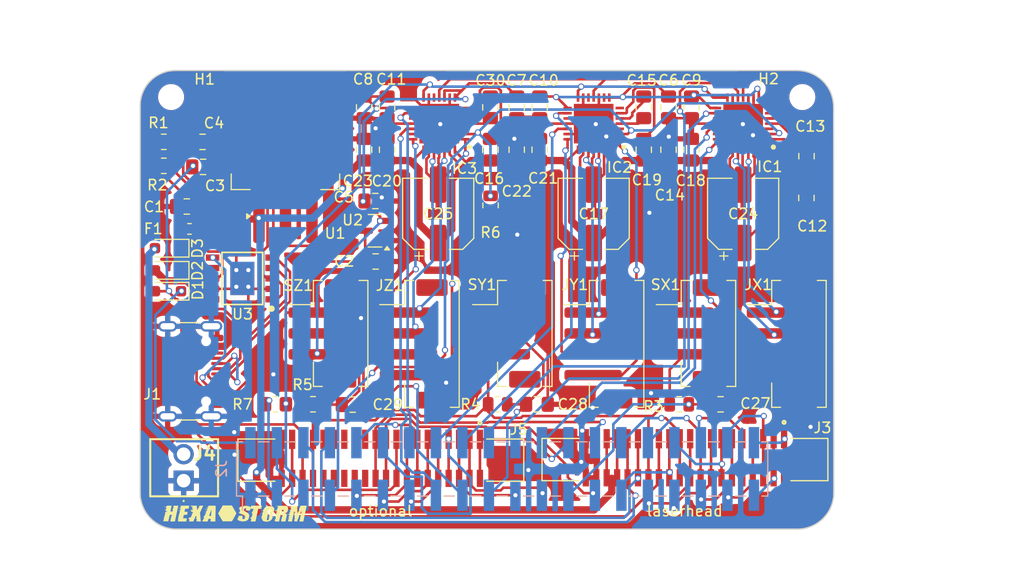
<source format=kicad_pcb>
(kicad_pcb (version 20240108) (generator "pcbnew") (generator_version "8.0")
  (title_block (title "Firestarter") (date "2020-05-17") (rev "1") (company "Hexastorm"))
  (layers (0 "F.Cu" signal) (31 "B.Cu" signal) (34 "B.Paste" user) (35 "F.Paste" user) (36 "B.SilkS" user "B.Silkscreen") (37 "F.SilkS" user "F.Silkscreen") (38 "B.Mask" user) (39 "F.Mask" user) (44 "Edge.Cuts" user))
  (net 0 "")
  (net 1 "+5V")
  (net 2 "GND")
  (net 3 "+3.3V")
  (net 4 "STEP_ENABLE")
  (net 5 "X_PO")
  (net 6 "Y_PO")
  (net 7 "Z_PO")
  (net 8 "POT_SDA")
  (net 9 "CC2")
  (net 10 "POT_SCL")
  (net 11 "X_DIR")
  (net 12 "X_STEP")
  (net 13 "Y_DIR")
  (net 14 "Y_STEP")
  (net 15 "Z_DIR")
  (net 16 "Z_STEP")
  (net 17 "DM")
  (net 18 "DP")
  (net 20 "CC1")
  (net 23 "+12V")
  (net 24 "VDD")
  (net 25 "Net-(D1-K)")
  (net 26 "VBUS")
  (net 27 "IC_HB_PWM1")
  (net 28 "DIGITAL")
  (net 29 "HALL1")
  (net 30 "uH")
  (net 31 "HALL2")
  (net 32 "wL")
  (net 33 "wH")
  (net 34 "vL")
  (net 35 "vH")
  (net 36 "uL")
  (net 37 "HALL3")
  (net 38 "IC_HB_PWM2")
  (net 39 "Net-(IC1-VCP)")
  (net 40 "Net-(IC1-CPO)")
  (net 41 "Net-(IC1-CPI)")
  (net 42 "Net-(IC2-VCP)")
  (net 43 "Net-(IC2-CPO)")
  (net 44 "Net-(IC2-CPI)")
  (net 45 "Net-(IC3-VCP)")
  (net 46 "Net-(IC3-CPO)")
  (net 47 "Net-(IC3-CPI)")
  (net 48 "X_B2")
  (net 49 "X_B1")
  (net 51 "X_A1")
  (net 53 "DIAG")
  (net 54 "Net-(U3-VBUS)")
  (net 55 "INDEX_X")
  (net 56 "X_A2")
  (net 57 "Y_A1")
  (net 60 "Y_B2")
  (net 61 "Y_A2")
  (net 63 "Y_B1")
  (net 64 "Z_A2")
  (net 65 "Z_B1")
  (net 69 "Z_A1")
  (net 70 "Z_B2")
  (net 71 "Net-(D2-A)")
  (net 72 "Net-(D3-A)")
  (net 73 "FPGA3")
  (net 84 "FPGA49")
  (net 85 "UART")
  (net 86 "UARX")
  (net 87 "SPI_SI")
  (net 88 "FPGA42")
  (net 89 "SPI_SO")
  (net 90 "FPGA44")
  (net 91 "GPIO14")
  (net 92 "SPI_SCK")
  (net 93 "FPGA50")
  (net 94 "GPIO46")
  (net 95 "FPGA43")
  (footprint "footprints:ESSOP-10_CH224K" (layer "F.Cu") (at 180.825 150.4 180)
    (property "Reference" "U3")
    (property "Value" "CH224K")
  )
  (footprint "Capacitor_SMD:C_0805_2012Metric_Pad1.18x1.45mm_HandSolder" (layer "F.Cu") (at 177.0125 137.3)
    (property "Reference" "C3")
    (property "Value" "1uF")
  )
  (footprint "Capacitor_SMD:C_0805_2012Metric_Pad1.18x1.45mm_HandSolder" (layer "F.Cu") (at 221.675 133.98689 90)
    (property "Reference" "C6")
    (property "Value" "0.1uF")
  )
  (footprint "Capacitor_SMD:C_0805_2012Metric_Pad1.18x1.45mm_HandSolder" (layer "F.Cu") (at 193.6 148.775 180)
    (property "Reference" "C2")
    (property "Value" "1uF")
  )
  (footprint "Capacitor_SMD:C_0805_2012Metric_Pad1.18x1.45mm_HandSolder" (layer "F.Cu") (at 219.3 138.04939 -90)
    (property "Reference" "C19")
    (property "Value" "0.1uF")
  )
  (footprint "Capacitor_SMD:C_0805_2012Metric_Pad1.18x1.45mm_HandSolder" (layer "F.Cu") (at 192.5 133.98689 90)
    (property "Reference" "C8")
    (property "Value" "0.1uF")
  )
  (footprint "Fuse:Fuse_0603_1608Metric_Pad1.05x0.95mm_HandSolder" (layer "F.Cu") (at 175.7625 145.65)
    (property "Reference" "F1")
    (property "Value" "Fuse")
  )
  (footprint "Resistor_SMD:R_0805_2012Metric" (layer "F.Cu") (at 222.7 162.475)
    (property "Reference" "R3")
    (property "Value" "10K")
  )
  (footprint "Package_TO_SOT_SMD:SOT-23" (layer "F.Cu") (at 193.5375 145.82439 180)
    (property "Reference" "U2")
    (property "Value" "MCP1700T-3302E/TT")
  )
  (footprint "Capacitor_SMD:C_0805_2012Metric_Pad1.18x1.45mm_HandSolder" (layer "F.Cu") (at 234.89 142.68 -90)
    (property "Reference" "C12")
    (property "Value" "0.1uF")
  )
  (footprint "Capacitor_SMD:C_0805_2012Metric_Pad1.18x1.45mm_HandSolder" (layer "F.Cu") (at 175.5 143.5 180)
    (property "Reference" "C1")
    (property "Value" "1uF")
  )
  (footprint "Capacitor_SMD:C_0805_2012Metric_Pad1.18x1.45mm_HandSolder" (layer "F.Cu") (at 223.875 138.04939 -90)
    (property "Reference" "C18")
    (property "Value" "0.1uF")
  )
  (footprint "Capacitor_SMD:C_0805_2012Metric_Pad1.18x1.45mm_HandSolder" (layer "F.Cu") (at 191.4 162.5)
    (property "Reference" "C29")
    (property "Value" "0.1uF")
  )
  (footprint "Capacitor_SMD:C_0805_2012Metric_Pad1.18x1.45mm_HandSolder" (layer "F.Cu") (at 194.7 138.04939 -90)
    (property "Reference" "C20")
    (property "Value" "0.1uF")
  )
  (footprint "Capacitor_SMD:C_0805_2012Metric_Pad1.18x1.45mm_HandSolder" (layer "F.Cu") (at 209.325 133.98689 90)
    (property "Reference" "C10")
    (property "Value" "4.7uF")
  )
  (footprint "Capacitor_SMD:C_0805_2012Metric_Pad1.18x1.45mm_HandSolder" (layer "F.Cu") (at 194.7 133.98689 90)
    (property "Reference" "C11")
    (property "Value" "4.7uF")
  )
  (footprint "footprints:VN02A1500000G" (layer "F.Cu") (at 175.2 169.8 90)
    (property "Reference" "J4")
    (property "Value" "Conn_01x02" (hide yes))
  )
  (footprint "footprints:JST_PH_B3B-PH-SM4-TB_1x03-1MP_P2.00mm_Vertical" (layer "F.Cu") (at 188.5 155.675 -90)
    (property "Reference" "SZ1")
    (property "Value" "Z")
  )
  (footprint "MountingHole:MountingHole_2.2mm_M2" (layer "F.Cu") (at 234.5 133)
    (property "Reference" "H2")
    (property "Value" "MountingHole")
  )
  (footprint "Capacitor_SMD:C_0805_2012Metric_Pad1.18x1.45mm_HandSolder" (layer "F.Cu") (at 221.675 138.04939 -90)
    (property "Reference" "C14")
    (property "Value" "0.1uF")
  )
  (footprint "Capacitor_SMD:C_0805_2012Metric_Pad1.18x1.45mm_HandSolder" (layer "F.Cu") (at 204.6 133.98689 90)
    (property "Reference" "C30")
    (property "Value" "22nF")
  )
  (footprint "Capacitor_SMD:C_0805_2012Metric_Pad1.18x1.45mm_HandSolder" (layer "F.Cu") (at 204.6 138.04939 -90)
    (property "Reference" "C16")
    (property "Value" "0.1uF")
  )
  (footprint "footprints:JST_PH_B4B-PH-SM4-TB_1x04-1MP_P2.00mm_Vertical" (layer "F.Cu") (at 197.25 156.675 -90)
    (property "Reference" "JZ1")
    (property "Value" "Z")
  )
  (footprint "Diode_SMD:D_SOD-323_HandSoldering" (layer "F.Cu") (at 173.7 147.5 180)
    (property "Reference" "D3")
    (property "Value" "D_Schottky")
  )
  (footprint "footprints:JST_PH_B3B-PH-SM4-TB_1x03-1MP_P2.00mm_Vertical" (layer "F.Cu") (at 223.75 155.675 -90)
    (property "Reference" "SX1")
    (property "Value" "X")
  )
  (footprint "footprints:QFN50P500X500X90-29N-D" (layer "F.Cu") (at 214.5 135.55 180)
    (property "Reference" "IC2")
    (property "Value" "TMC2209-LA-T" (hide yes))
  )
  (footprint "footprints:QFN50P500X500X90-29N-D" (layer "F.Cu") (at 199.7 135.55 180)
    (property "Reference" "IC3")
    (property "Value" "TMC2209-LA-T" (hide yes))
  )
  (footprint "Capacitor_SMD:C_0805_2012Metric_Pad1.18x1.45mm_HandSolder" (layer "F.Cu") (at 207.125 138.04939 -90)
    (property "Reference" "C22")
    (property "Value" "0.1uF")
  )
  (footprint "Diode_SMD:D_SOD-323_HandSoldering" (layer "F.Cu") (at 173.7 151.625 180)
    (property "Reference" "D1")
    (property "Value" "D_Schottky")
  )
  (footprint "Resistor_SMD:R_0805_2012Metric" (layer "F.Cu") (at 173.2975 139.594924 180)
    (property "Reference" "R2")
    (property "Value" "10K")
  )
  (footprint "Diode_SMD:D_SOD-323_HandSoldering" (layer "F.Cu") (at 173.7 149.625 180)
    (property "Reference" "D2")
    (property "Value" "D_Schottky")
  )
  (footprint "Capacitor_SMD:C_0805_2012Metric_Pad1.18x1.45mm_HandSolder" (layer "F.Cu") (at 193.575 142.97439 180)
    (property "Reference" "C5")
    (property "Value" "1uF")
  )
  (footprint "footprints:JST_PH_B3B-PH-SM4-TB_1x03-1MP_P2.00mm_Vertical" (layer "F.Cu") (at 206.15 155.675 -90)
    (property "Reference" "SY1")
    (property "Value" "Y")
  )
  (footprint "Capacitor_SMD:CP_Elec_6.3x5.4" (layer "F.Cu") (at 199.6 144.2 90)
    (property "Reference" "C25")
    (property "Value" "100uF")
  )
  (footprint "footprints:JST_PH_B4B-PH-SM4-TB_1x04-1MP_P2.00mm_Vertical" (layer "F.Cu") (at 214.95 156.675 -90)
    (property "Reference" "JY1")
    (property "Value" "Y")
  )
  (footprint "Capacitor_SMD:CP_Elec_6.3x5.4" (layer "F.Cu") (at 228.825 144.2 90)
    (property "Reference" "C24")
    (property "Value" "100uF")
  )
  (footprint "Resistor_SMD:R_0805_2012Metric" (layer "F.Cu") (at 173.2975 137.294924 180)
    (property "Reference" "R1")
    (property "Value" "1K")
  )
  (footprint "footprints:QFN50P500X500X90-29N-D" (layer "F.Cu") (at 228.825 135.55 180)
    (property "Reference" "IC1")
    (property "Value" "TMC2209-LA-T" (hide yes))
  )
  (footprint "Capacitor_SMD:C_0805_2012Metric_Pad1.18x1.45mm_HandSolder" (layer "F.Cu") (at 192.5 138.04939 -90)
    (property "Reference" "C23")
    (property "Value" "0.1uF")
  )
  (footprint "Capacitor_SMD:C_0805_2012Metric_Pad1.18x1.45mm_HandSolder" (layer "F.Cu") (at 207.125 133.98689 90)
    (property "Reference" "C7")
    (property "Value" "0.1uF")
  )
  (footprint "Resistor_SMD:R_0805_2012Metric" (layer "F.Cu") (at 204.62 143.39 90)
    (property "Reference" "R6")
    (property "Value" "10K")
  )
  (footprint "Resistor_SMD:R_0805_2012Metric" (layer "F.Cu") (at 205.3 162.475)
    (property "Reference" "R4")
    (property "Value" "10K")
  )
  (footprint "Capacitor_SMD:C_0805_2012Metric_Pad1.18x1.45mm_HandSolder" (layer "F.Cu") (at 209.0625 162.475)
    (property "Reference" "C28")
    (property "Value" "0.1uF")
  )
  (footprint "MountingHole:MountingHole_2.2mm_M2" (layer "F.Cu") (at 174 133)
    (property "Reference" "H1")
    (property "Value" "MountingHole")
  )
  (footprint "footprints:TE_2-1734248-0" (layer "F.Cu") (at 194.63 167.815 180)
    (property "Reference" "J5")
    (property "Value" "2-1734248-0")
  )
  (footprint "Resistor_SMD:R_0805_2012Metric_Pad1.20x1.40mm_HandSolder" (layer "F.Cu") (at 184 162.47 180)
    (property "Reference" "R7")
    (property "Value" "1K")
  )
  (footprint "Capacitor_SMD:C_0805_2012Metric_Pad1.18x1.45mm_HandSolder" (layer "F.Cu") (at 234.9 138.6725 90)
    (property "Reference" "C13")
    (property "Value" "22nF")
  )
  (footprint "footprints:TE_2-1734248-0" (layer "F.Cu") (at 223.78 167.76 180)
    (property "Reference" "J3")
    (property "Value" "2-1734248-0")
  )
  (footprint "footprints:USB_C_Receptacle_GCT_USB4105-xx-A_16P_TopMnt_Horizontal" (layer "F.Cu") (at 174.745 159.31 -90)
    (property "Reference" "J1")
    (property "Value" "USB_C_Receptacle_USB2.0_16P")
  )
  (footprint "footprints:JST_PH_B4B-PH-SM4-TB_1x04-1MP_P2.00mm_Vertical" (layer "F.Cu") (at 232.425 156.675 -90)
    (property "Reference" "JX1")
    (property "Value" "X")
  )
  (footprint "footprints:hexastorm" (layer "F.Cu") (at 179.91 172.8)
    (property "Reference" "G1" (hide yes))
    (property "Value" "hexastorm" (hide yes))
  )
  (footprint "Package_TO_SOT_SMD:TO-263-3_TabPin2" (layer "F.Cu") (at 184.96 137.05 90)
    (property "Reference" "U1")
    (property "Value" "LM7805_TO263")
  )
  (footprint "Capacitor_SMD:C_0805_2012Metric_Pad1.18x1.45mm_HandSolder" (layer "F.Cu") (at 209.325 138.04939 -90)
    (property "Reference" "C21")
    (property "Value" "0.1uF")
  )
  (footprint "Capacitor_SMD:C_0805_2012Metric_Pad1.18x1.45mm_HandSolder" (layer "F.Cu") (at 223.875 133.98689 90)
    (property "Reference" "C9")
    (property "Value" "4.7uF")
  )
  (footprint "Capacitor_SMD:CP_Elec_6.3x5.4" (layer "F.Cu") (at 214.5 144.2 90)
    (property "Reference" "C17")
    (property "Value" "100uF")
  )
  (footprint "Capacitor_SMD:C_0805_2012Metric_Pad1.18x1.45mm_HandSolder" (layer "F.Cu") (at 226.6625 162.475)
    (property "Reference" "C27")
    (property "Value" "0.1uF")
  )
  (footprint "Resistor_SMD:R_0805_2012Metric" (layer "F.Cu") (at 187.6 162.47)
    (property "Reference" "R5")
    (property "Value" "10K")
  )
  (footprint "Capacitor_SMD:C_0805_2012Metric_Pad1.18x1.45mm_HandSolder" (layer "F.Cu") (at 177.0625 139.7)
    (property "Reference" "C4")
    (property "Value" "0.1uF")
  )
  (footprint "Capacitor_SMD:C_0805_2012Metric_Pad1.18x1.45mm_HandSolder" (layer "F.Cu") (at 219.3 133.98689 90)
    (property "Reference" "C15")
    (property "Value" "22nF")
  )
  (footprint "Connector_PinSocket_2.54mm:PinSocket_2x20_P2.54mm_Vertical_SMD" (layer "B.Cu") (at 205.73 168.675 -90)
    (property "Reference" "J2")
    (property "Value" "Conn_02x20_Odd_Even")
  )
  (gr_line (start 171.03 170.991246) (end 171.031266 133.828393) (stroke (width 0.12)) (layer "Edge.Cuts"))
  (gr_arc (start 171.031266 133.828393) (mid 172.038251 131.423476) (end 174.456908 130.45) (stroke (width 0.12)) (layer "Edge.Cuts"))
  (gr_arc (start 233.956908 130.45) (mid 236.447705 131.441692) (end 237.498424 133.908173) (stroke (width 0.12)) (layer "Edge.Cuts"))
  (gr_line (start 233.956908 130.45) (end 174.456908 130.45) (stroke (width 0.12)) (layer "Edge.Cuts"))
  (gr_line (start 174.456908 174.45) (end 233.956908 174.45) (stroke (width 0.12)) (layer "Edge.Cuts"))
  (gr_arc (start 174.456908 174.45) (mid 172.039832 173.417765) (end 171.03 170.991246) (stroke (width 0.12)) (layer "Edge.Cuts"))
  (gr_arc (start 237.518009 170.950442) (mid 236.471124 173.446814) (end 233.956908 174.45) (stroke (width 0.12)) (layer "Edge.Cuts"))
  (gr_line (start 237.518009 170.950442) (end 237.498424 133.908173) (stroke (width 0.12)) (layer "Edge.Cuts"))
  (gr_text "optional" (at 190.927381 173.3 0) (layer "F.SilkS") (effects (font (size 1 1)) (justify left bottom)))
  (gr_text "laserhead" (at 219.482142 173.3 0) (layer "F.SilkS") (effects (font (size 1 1)) (justify left bottom)))
  (segment (start 186.6 165.205) (end 185.801587 164.406587) (width 0.25) (layer "F.Cu") (net 1))
  (segment (start 220.75 165.775) (end 220.75 169.525) (width 0.25) (layer "F.Cu") (net 1))
  (segment (start 183.8 142.125) (end 183.8 147.025) (width 0.25) (layer "F.Cu") (net 1))
  (segment (start 175 162.813173) (end 175 152.8) (width 0.25) (layer "F.Cu") (net 1))
  (segment (start 176.493413 164.306587) (end 175 162.813173) (width 0.25) (layer "F.Cu") (net 1))
  (segment (start 186.6 165.83) (end 186.6 169.58) (width 0.25) (layer "F.Cu") (net 1))
  (segment (start 192.6 148.7375) (end 192.5625 148.775) (width 0.25) (layer "F.Cu") (net 1))
  (segment (start 174.6 152.4) (end 174.47561 152.4) (width 0.25) (layer "F.Cu") (net 1))
  (segment (start 192.6 145.82439) (end 192.6 148.7375) (width 0.25) (layer "F.Cu") (net 1))
  (segment (start 187.5 147.5) (end 188.775 148.775) (width 0.25) (layer "F.Cu") (net 1))
  (segment (start 186.6 165.83) (end 186.6 166.455) (width 0.25) (layer "F.Cu") (net 1))
  (segment (start 183.8 147.025) (end 184.05 147.275) (width 0.25) (layer "F.Cu") (net 1))
  (segment (start 185.801587 164.406587) (end 176.593413 164.406587) (width 0.25) (layer "F.Cu") (net 1))
  (segment (start 174.47561 152.4) (end 173.8 151.72439) (width 0.25) (layer "F.Cu") (net 1))
  (segment (start 217.575 173.225) (end 220.75 170.05) (width 0.25) (layer "F.Cu") (net 1))
  (segment (start 178.05 141.725) (end 183.4 141.725) (width 0.25) (layer "F.Cu") (net 1))
  (segment (start 184.425 173.225) (end 217.575 173.225) (width 0.25) (layer "F.Cu") (net 1))
  (segment (start 176.593413 165.393413) (end 184.425 173.225) (width 0.25) (layer "F.Cu") (net 1))
  (segment (start 187.5 147) (end 187.5 144.7) (width 0.25) (layer "F.Cu") (net 1))
  (segment (start 220.75 170.05) (end 220.75 169.525) (width 0.25) (layer "F.Cu") (net 1))
  (segment (start 175 152.8) (end 174.6 152.4) (width 0.25) (layer "F.Cu") (net 1))
  (segment (start 176.593413 164.406587) (end 176.593413 165.393413) (width 0.25) (layer "F.Cu") (net 1))
  (segment (start 186.6 169.58) (end 186.6 170.105) (width 0.25) (layer "F.Cu") (net 1))
  (segment (start 187.225 147.275) (end 187.5 147) (width 0.25) (layer "F.Cu") (net 1))
  (segment (start 187.5 144.7) (end 187.5 147.5) (width 0.25) (layer "F.Cu") (net 1))
  (segment (start 173.8 151.72439) (end 173.8 151.6) (width 0.25) (layer "F.Cu") (net 1))
  (segment (start 172.45 151.625) (end 173.775 151.625) (width 0.25) (layer "F.Cu") (net 1))
  (segment (start 176.025 139.7) (end 178.05 141.725) (width 0.25) (layer "F.Cu") (net 1))
  (segment (start 183.4 141.725) (end 183.8 142.125) (width 0.25) (layer "F.Cu") (net 1))
  (segment (start 184.05 147.275) (end 187.225 147.275) (width 0.25) (layer "F.Cu") (net 1))
  (segment (start 173.8 151.8) (end 173.8 151.6) (width 0.25) (layer "F.Cu") (net 1))
  (segment (start 186.6 165.83) (end 186.6 165.205) (width 0.25) (layer "F.Cu") (net 1))
  (segment (start 176.593413 164.406587) (end 176.493413 164.306587) (width 0.25) (layer "F.Cu") (net 1))
  (segment (start 175.975 139.65) (end 176.025 139.7) (width 0.25) (layer "F.Cu") (net 1))
  (segment (start 192.5625 148.775) (end 188.775 148.775) (width 0.25) (layer "F.Cu") (net 1))
  (segment (start 173.775 151.625) (end 173.8 151.6) (width 0.25) (layer "F.Cu") (net 1))
  (via (at 173.8 151.6) (size 0.6) (drill 0.4) (layers "F.Cu" "B.Cu") (net 1))
  (via (at 176.1 139.6) (size 0.6) (drill 0.4) (layers "F.Cu" "B.Cu") (net 1))
  (segment (start 173.6 142.1) (end 176.1 139.6) (width 0.25) (layer "B.Cu") (net 1))
  (segment (start 173.6 151.4) (end 173.6 142.1) (width 0.25) (layer "B.Cu") (net 1))
  (segment (start 173.8 151.6) (end 173.6 151.4) (width 0.25) (layer "B.Cu") (net 1))
  (segment (start 223.875 135.02439) (end 224.40061 135.55) (width 0.25) (layer "F.Cu") (net 2))
  (segment (start 224.10061 135.55) (end 226.325 135.55) (width 0.25) (layer "F.Cu") (net 2))
  (segment (start 229.825 138.05) (end 229.825 138.7) (width 0.25) (layer "F.Cu") (net 2))
  (segment (start 178.425 162.51) (end 178.999999 162.51) (width 0.25) (layer "F.Cu") (net 2))
  (segment (start 229.77 136.66) (end 229.825 136.605) (width 0.25) (layer "F.Cu") (net 2))
  (segment (start 227.9 135.39939) (end 228.9 134.39939) (width 0.25) (layer "F.Cu") (net 2))
  (segment (start 177.975 151.4) (end 181.2 151.4) (width 0.25) (layer "F.Cu") (net 2))
  (segment (start 227.7 155.375) (end 227.7 162.475) (width 0.25) (layer "F.Cu") (net 2))
  (segment (start 214.35 141.25) (end 214.5 141.4) (width 0.25) (layer "F.Cu") (net 2))
  (segment (start 221.675 135.02439) (end 221.675 136.775) (width 0.25) (layer "F.Cu") (net 2))
  (segment (start 178.05 137.3) (end 178.05 137.805) (width 0.25) (layer "F.Cu") (net 2))
  (segment (start 194.7 134.96939) (end 195.28061 135.55) (width 0.25) (layer "F.Cu") (net 2))
  (segment (start 192.5 137.01189) (end 194.7 137.01189) (width 0.25) (layer "F.Cu") (net 2))
  (segment (start 215.075 134.975) (end 214.5 135.55) (width 0.25) (layer "F.Cu") (net 2))
  (segment (start 189.8 136.275) (end 189.475 136.6) (width 0.25) (layer "F.Cu") (net 2))
  (segment (start 214.7 135.6) (end 214.7 135.75) (width 0.25) (layer "F.Cu") (net 2))
  (segment (start 228.775 141.35) (end 228.825 141.4) (width 0.25) (layer "F.Cu") (net 2))
  (segment (start 199.7 138.05) (end 199.7 138.801142) (width 0.25) (layer "F.Cu") (net 2))
  (segment (start 228.775 138.1) (end 228.775 141.35) (width 0.25) (layer "F.Cu") (net 2))
  (segment (start 198.7 136.55) (end 198.7 138.05) (width 0.25) (layer "F.Cu") (net 2))
  (segment (start 226.325 135.55) (end 228.825 135.55) (width 0.25) (layer "F.Cu") (net 2))
  (segment (start 213.75 165.775) (end 213.75 169.525) (width 0.25) (layer "F.Cu") (net 2))
  (segment (start 199.625117 139.352371) (end 199.72 139.447254) (width 0.25) (layer "F.Cu") (net 2))
  (segment (start 214.35 138.896674) (end 214.35 141.25) (width 0.25) (layer "F.Cu") (net 2))
  (segment (start 179.94 146.61) (end 180.24 146.61) (width 0.25) (layer "F.Cu") (net 2))
  (segment (start 221.675 136.775) (end 221.7 136.8) (width 0.25) (layer "F.Cu") (net 2))
  (segment (start 210.1 156.62561) (end 207.14939 153.675) (width 0.25) (layer "F.Cu") (net 2))
  (segment (start 213.5 133.05) (end 213.5 134.55) (width 0.25) (layer "F.Cu") (net 2))
  (segment (start 229.825 136.605) (end 229.825 136.55) (width 0.25) (layer "F.Cu") (net 2))
  (segment (start 184.975 156.534999) (end 184.975 153.825) (width 0.25) (layer "F.Cu") (net 2))
  (segment (start 223.875 135.02439) (end 223.875 137.01189) (width 0.25) (layer "F.Cu") (net 2))
  (segment (start 221.675 136.825) (end 221.675 137.01189) (width 0.25) (layer "F.Cu") (net 2))
  (segment (start 215.5 140.4) (end 214.5 141.4) (width 0.25) (layer "F.Cu") (net 2))
  (segment (start 228.825 135.55) (end 228.825 138.05) (width 0.25) (layer "F.Cu") (net 2))
  (segment (start 200.7 138.5) (end 201.4 139.2) (width 0.25) (layer "F.Cu") (net 2))
  (segment (start 192.7125 137.01189) (end 194.7 135.02439) (width 0.25) (layer "F.Cu") (net 2))
  (segment (start 181.4 154.33) (end 181.23 154.5) (width 0.25) (layer "F.Cu") (net 2))
  (segment (start 195.22561 135.55) (end 194.7 135.02439) (width 0.25) (layer "F.Cu") (net 2))
  (segment (start 209.325 135.02439) (end 209.325 137.01189) (width 0.25) (layer "F.Cu") (net 2))
  (segment (start 180.24 146.61) (end 180.38 146.47) (width 0.25) (layer "F.Cu") (net 2))
  (segment (start 229.4 133.89939) (end 228.9 134.39939) (width 0.25) (layer "F.Cu") (net 2))
  (segment (start 213.5 138.05) (end 213.5 138.509783) (width 0.25) (layer "F.Cu") (net 2))
  (segment (start 215 136.05) (end 217 136.05) (width 0.25) (layer "F.Cu") (net 2))
  (segment (start 227.825 134.55) (end 228.825 135.55) (width 0.25) (layer "F.Cu") (net 2))
  (segment (start 213.5 136.55) (end 213.5 138.05) (width 0.25) (layer "F.Cu") (net 2))
  (segment (start 214.5 138.746674) (end 214.35 138.896674) (width 0.25) (layer "F.Cu") (net 2))
  (segment (start 221.675 135.02439) (end 223.875 135.02439) (width 0.25) (layer "F.Cu") (net 2))
  (segment (start 227.825 138.05) (end 227.825 136.55) (width 0.25) (layer "F.Cu") (net 2))
  (segment (start 199.7 135.55) (end 199.75 135.6) (width 0.25) (layer "F.Cu") (net 2))
  (segment (start 215.5 136.99) (end 215.5 138.05) (width 0.25) (layer "F.Cu") (net 2))
  (segment (start 214.425 135.475) (end 214.5 135.55) (width 0.25) (layer "F.Cu") (net 2))
  (segment (start 228.825 140.931116) (end 228.825 141.4) (width 0.25) (layer "F.Cu") (net 2))
  (segment (start 200.7 138.05) (end 200.7 138.5) (width 0.25) (layer "F.Cu") (net 2))
  (segment (start 205.8 153.6) (end 205.725 153.675) (width 0.25) (layer "F.Cu") (net 2))
  (segment (start 178.999999 162.51) (end 184.975 156.534999) (width 0.25) (layer "F.Cu") (net 2))
  (segment (start 209.325 135.02439) (end 209.85061 135.55) (width 0.25) (layer "F.Cu") (net 2))
  (segment (start 214.5 135.55) (end 215 136.05) (width 0.25) (layer "F.Cu") (net 2))
  (segment (start 214.7 135.75) (end 215.5 136.55) (width 0.25) (layer "F.Cu") (net 2))
  (segment (start 215.5 136.55) (end 215.5 136.57) (width 0.25) (layer "F.Cu") (net 2))
  (segment (start 199.625117 138.876025) (end 199.625117 139.352371) (width 0.25) (layer "F.Cu") (net 2))
  (segment (start 229.825 138.05) (end 229.825 136.715) (width 0.25) (layer "F.Cu") (net 2))
  (segment (start 200.7 134.55) (end 199.7 135.55) (width 0.25) (layer "F.Cu") (net 2))
  (segment (start 228.8 135.575) (end 228.825 135.55) (width 0.25) (layer "F.Cu") (net 2))
  (segment (start 207.14939 153.675) (end 205.875 153.675) (width 0.25) (layer "F.Cu") (net 2))
  (segment (start 200.7 136.55) (end 200.7 138.05) (width 0.25) (layer "F.Cu") (net 2))
  (segment (start 205.725 153.675) (end 205.65 153.675) (width 0.25) (layer "F.Cu") (net 2))
  (segment (start 227.545 139.651116) (end 228.825 140.931116) (width 0.25) (layer "F.Cu") (net 2))
  (segment (start 197.2 135.55) (end 195.22561 135.55) (width 0.25) (layer "F.Cu") (net 2))
  (segment (start 181.2 151.4) (end 181.4 151.2) (width 0.25) (layer "F.Cu") (net 2))
  (segment (start 227.545 138.93061) (end 227.545 139.651116) (width 0.25) (layer "F.Cu") (net 2))
  (segment (start 229.325 133.05) (end 229.325 135.05) (width 0.25) (layer "F.Cu") (net 2))
  (segment (start 215 135.05) (end 214.5 135.55) (width 0.25) (layer "F.Cu") (net 2))
  (segment (start 192.5 135.02439) (end 192.5 137.01189) (width 0.25) (layer "F.Cu") (net 2))
  (segment (start 199.6 141.276116) (end 199.6 141.4) (width 0.25) (layer "F.Cu") (net 2))
  (segment (start 198.7 134.55) (end 199.7 135.55) (width 0.25) (layer "F.Cu") (net 2))
  (segment (start 227.825 138.65061) (end 227.545 138.93061) (width 0.25) (layer "F.Cu") (net 2))
  (segment (start 199.72 139.447254) (end 199.72 139.53) (width 0.25) (layer "F.Cu") (net 2))
  (segment (start 184.975 153.825) (end 185.125 153.675) (width 0.25) (layer "F.Cu") (net 2))
  (segment (start 189.8 133.58561) (end 189.8 136.275) (width 0.25) (layer "F.Cu") (net 2))
  (segment (start 198.475117 138.942341) (end 198.475117 140.275117) (width 0.25) (layer "F.Cu") (net 2))
  (segment (start 199.7 138.05) (end 199.7 135.55) (width 0.25) (layer "F.Cu") (net 2))
  (segment (start 198.475117 140.275117) (end 199.6 141.4) (width 0.25) (layer "F.Cu") (net 2))
  (segment (start 192.4375 156.61311) (end 189.49939 153.675) (width 0.25) (layer "F.Cu") (net 2))
  (segment (start 196.91 132.76) (end 196.74 132.76) (width 0.25) (layer "F.Cu") (net 2))
  (segment (start 214.5 135.55) (end 214.5 138.05) (width 0.25) (layer "F.Cu") (net 2))
  (segment (start 229.825 133.05) (end 229.825 134.55) (width 0.25) (layer "F.Cu") (net 2))
  (segment (start 229.825 138.7) (end 229.925 138.8) (width 0.25) (layer "F.Cu") (net 2))
  (segment (start 200.7 133.05) (end 200.7 134.55) (width 0.25) (layer "F.Cu") (net 2))
  (segment (start 228.825 138.05) (end 228.775 138.1) (width 0.25) (layer "F.Cu") (net 2))
  (segment (start 183.675 151.4) (end 181.6 151.4) (width 0.25) (layer "F.Cu") (net 2))
  (segment (start 199.7 138.801142) (end 199.625117 138.876025) (width 0.25) (layer "F.Cu") (net 2))
  (segment (start 198.7 138.717458) (end 198.475117 138.942341) (width 0.25) (layer "F.Cu") (net 2))
  (segment (start 199.8 135.6) (end 199.8 135.65) (width 0.25) (layer "F.Cu") (net 2))
  (segment (start 207.125 135.02439) (end 206.9 137) (width 0.25) (layer "F.Cu") (net 2))
  (segment (start 229.825 136.715) (end 229.77 136.66) (width 0.25) (layer "F.Cu") (net 2))
  (segment (start 198.7 138.05) (end 198.7 138.717458) (width 0.25) (layer "F.Cu") (net 2))
  (segment (start 182.025 132.6) (end 188.81439 132.6) (width 0.25) (layer "F.Cu") (net 2))
  (segment (start 213.2 140.1) (end 214.5 141.4) (width 0.25) (layer "F.Cu") (net 2))
  (segment (start 189.49939 153.675) (end 188 153.675) (width 0.25) (layer "F.Cu") (net 2))
  (segment (start 206.9 137) (end 207.125 137.01189) (width 0.25) (layer "F.Cu") (net 2))
  (segment (start 199.72 139.53) (end 199.6 139.65) (width 0.25) (layer "F.Cu") (net 2))
  (segment (start 194.7 135.02439) (end 192.5 135.02439) (width 0.25) (layer "F.Cu") (net 2))
  (segment (start 214.75 165.775) (end 214.75 169.525) (width 0.25) (layer "F.Cu") (net 2))
  (segment (start 229.4 136.125) (end 228.825 135.55) (width 0.25) (layer "F.Cu") (net 2))
  (segment (start 194.7 137.01189) (end 194.7 135.02439) (width 0.25) (layer "F.Cu") (net 2))
  (segment (start 212.05 135.55) (end 214.4 135.55) (width 0.25) (layer "F.Cu") (net 2))
  (segment (start 215.71 136.78) (end 215.5 136.99) (width 0.25) (layer "F.Cu") (net 2))
  (segment (start 209.85061 135.55) (end 212 135.55) (width 0.25) (layer "F.Cu") (net 2))
  (segment (start 192.7125 135.02439) (end 194.7 137.01189) (width 0.25) (layer "F.Cu") (net 2))
  (segment (start 180.25 149.6) (end 180.25 146.92) (width 0.25) (layer "F.Cu") (net 2))
  (segment (start 210.1 162.475) (end 210.1 156.62561) (width 0.25) (layer "F.Cu") (net 2))
  (segment (start 231.25 136.05) (end 229.4 136.05) (width 0.25) (layer "F.Cu") (net 2))
  (segment (start 197.2 135.55) (end 199.7 135.55) (width 0.25) (layer "F.Cu") (net 2))
  (segment (start 185.125 153.675) (end 188 153.675) (width 0.25) (layer "F.Cu") (net 2))
  (segment (start 192.4375 162.5) (end 192.4375 156.61311) (width 0.25) (layer "F.Cu") (net 2))
  (segment (start 223.25 153.675) (end 226 153.675) (width 0.25) (layer "F.Cu") (net 2))
  (segment (start 213.5 136.55) (end 214.5 135.55) (width 0.25) (layer "F.Cu") (net 2))
  (segment (start 212 136.55) (end 213.5 136.55) (width 0.25) (layer "F.Cu") (net 2))
  (segment (start 215.5 138.05) (end 215.5 140.4) (width 0.25) (layer "F.Cu") (net 2))
  (segment (start 180.25 146.92) (end 179.94 146.61) (width 0.25) (layer "F.Cu") (net 2))
  (segment (start 207.125 135.02439) (end 209.325 135.02439) (width 0.25) (layer "F.Cu") (net 2))
  (segment (start 213.5 134.55) (end 214.5 135.55) (width 0.25) (layer "F.Cu") (net 2))
  (segment (start 229.825 136.55) (end 228.825 135.55) (width 0.25) (layer "F.Cu") (net 2))
  (segment (start 192.5 137.01189) (end 192.7125 137.01189) (width 0.25) (layer "F.Cu") (net 2))
  (segment (start 181.6 151.4) (end 181.4 151.2) (width 0.25) (layer "F.Cu") (net 2))
  (segment (start 181.4 151.2) (end 181.4 154.33) (width 0.25) (layer "F.Cu") (net 2))
  (segment (start 214.55 135.6) (end 214.7 135.6) (width 0.25) (layer "F.Cu") (net 2))
  (segment (start 198.7 133.05) (end 198.7 134.55) (width 0.25) (layer "F.Cu") (net 2))
  (segment (start 188.81439 132.6) (end 189.8 133.58561) (width 0.25) (layer "F.Cu") (net 2))
  (segment (start 199.6 139.65) (end 199.6 141.4) (width 0.25) (layer "F.Cu") (net 2))
  (segment (start 201.4 139.2) (end 201.4 139.476116) (width 0.25) (layer "F.Cu") (net 2))
  (segment (start 229.925 140.3) (end 228.825 141.4) (width 0.25) (layer "F.Cu") (net 2))
  (segment (start 228.775 135.6) (end 228.8 135.6) (width 0.25) (layer "F.Cu") (net 2))
  (segment (start 221.7 136.8) (end 221.675 136.825) (width 0.25) (layer "F.Cu") (net 2))
  (segment (start 199.8 135.65) (end 200.2 136.05) (width 0.25) (layer "F.Cu") (net 2))
  (segment (start 199.7 135.55) (end 200.7 136.55) (width 0.25) (layer "F.Cu") (net 2))
  (segment (start 197.2 136.55) (end 198.7 136.55) (width 0.25) (layer "F.Cu") (net 2))
  (segment (start 199.7 135.55) (end 198.7 136.55) (width 0.25) (layer "F.Cu") (net 2))
  (segment (start 205.875 153.675) (end 205.8 153.6) (width 0.25) (layer "F.Cu") (net 2))
  (segment (start 229.925 138.8) (end 229.925 140.3) (width 0.25) (layer "F.Cu") (net 2))
  (segment (start 227.825 136.55) (end 228.775 135.6) (width 0.25) (layer "F.Cu") (net 2))
  (segment (start 213.2 138.809783) (end 213.2 140.1) (width 0.25) (layer "F.Cu") (net 2))
  (segment (start 213.5 138.509783) (end 213.2 138.809783) (width 0.25) (layer "F.Cu") (net 2))
  (segment (start 201.4 139.476116) (end 199.6 141.276116) (width 0.25) (layer "F.Cu") (net 2))
  (segment (start 227.825 133.05) (end 227.825 134.55) (width 0.25) (layer "F.Cu") (net 2))
  (segment (start 228.9 134.39939) (end 229.4 134.89939) (width 0.25) (layer "F.Cu") (net 2))
  (segment (start 227.825 138.05) (end 227.825 138.65061) (width 0.25) (layer "F.Cu") (net 2))
  (segment (start 227.825 136.55) (end 228.825 135.55) (width 0.25) (layer "F.Cu") (net 2))
  (segment (start 215 133.05) (end 215 135.05) (width 0.25) (layer "F.Cu") (net 2))
  (segment (start 186.005 139.14) (end 187.175 139.14) (width 0.25) (layer "F.Cu") (net 2))
  (segment (start 215.5 136.57) (end 215.71 136.78) (width 0.25) (layer "F.Cu") (net 2))
  (segment (start 199.75 135.6) (end 199.8 135.6) (width 0.25) (layer "F.Cu") (net 2))
  (segment (start 200.2 136.05) (end 202.2 136.05) (width 0.25) (layer "F.Cu") (net 2))
  (segment (start 214.5 135.55) (end 214.55 135.6) (width 0.25) (layer "F.Cu") (net 2))
  (segment (start 228.8 135.6) (end 228.8 135.575) (width 0.25) (layer "F.Cu") (net 2))
  (segment (start 228.9 136.89939) (end 228.9 134.39939) (width 0.25) (layer "F.Cu") (net 2))
  (segment (start 226 153.675) (end 227.7 155.375) (width 0.25) (layer "F.Cu") (net 2))
  (segment (start 214.5 138.05) (end 214.5 138.746674) (width 0.25) (layer "F.Cu") (net 2))
  (segment (start 199.7 135.55) (end 196.91 132.76) (width 0.25) (layer "F.Cu") (net 2))
  (segment (start 226.325 136.55) (end 227.825 136.55) (width 0.25) (layer "F.Cu") (net 2))
  (segment (start 192.5 135.02439) (end 192.7125 135.02439) (width 0.25) (layer "F.Cu") (net 2))
  (via (at 183.8 159.6) (size 0.6) (drill 0.4) (layers "F.Cu" "B.Cu") (net 2))
  (via (at 213.31 168) (size 0.6) (drill 0.4) (layers "F.Cu" "B.Cu") (net 2))
  (via (at 235.29 164.64) (size 0.6) (drill 0.4) (layers "F.Cu" "B.Cu") (net 2))
  (via (at 213.4 165) (size 0.6) (drill 0.4) (layers "F.Cu" "B.Cu") (net 2))
  (via (at 200.36 160.4) (size 0.6) (drill 0.4) (layers "F.Cu" "B.Cu") (net 2))
  (via (at 221.7 136.8) (size 0.6) (drill 0.4) (layers "F.Cu" "B.Cu") (net 2))
  (via (at 180.05 165.15) (size 0.6) (drill 0.4) (layers "F.Cu" "B.Cu") (net 2))
  (via (at 220 161.4) (size 0.6) (drill 0.4) (layers "F.Cu" "B.Cu") (net 2))
  (via (at 199.8 135.6) (size 0.6) (drill 0.4) (layers "F.Cu" "B.Cu") (net 2))
  (via (at 193.6 136) (size 0.6) (drill 0.4) (layers "F.Cu" "B.Cu") (net 2))
  (via (at 180.08 167.31) (size 0.6) (drill 0.4) (layers "F.Cu" "B.Cu") (net 2))
  (via (at 214.4 162.8) (size 0.6) (drill 0.4) (layers "F.Cu" "B.Cu") (net 2))
  (via (at 219.84 144.1) (size 0.6) (drill 0.4) (layers "F.Cu" "B.Cu") (net 2))
  (via (at 229.77 136.66) (size 0.6) (drill 0.4) (layers "F.Cu" "B.Cu") (net 2))
  (via (at 228.8 135.6) (size 0.6) (drill 0.4) (layers "F.Cu" "B.Cu") (net 2))
  (via (at 214.7 135.6) (size 0.6) (drill 0.4) (layers "F.Cu" "B.Cu") (net 2))
  (via (at 192.2 154.2) (size 0.6) (drill 0.4) (layers "F.Cu" "B.Cu") (net 2))
  (via (at 206.9 137) (size 0.6) (drill 0.4) (layers "F.Cu" "B.Cu") (net 2))
  (via (at 215.71 136.78) (size 0.6) (drill 0.4) (layers "F.Cu" "B.Cu") (net 2))
  (via (at 207.18 146.2) (size 0.6) (drill 0.4) (layers "F.Cu" "B.Cu") (net 2))
  (via (at 208.24 168.78) (size 0.6) (drill 0.4) (layers "F.Cu" "B.Cu") (net 2))
  (via (at 194.19 142.63) (size 0.6) (drill 0.4) (layers "F.Cu" "B.Cu") (net 2))
  (segment (start 230.325 133.05) (end 230.325 132.343414) (width 0.25) (layer "F.Cu") (net 3))
  (segment (start 204.3875 162.475) (end 204.3875 163.175) (width 0.25) (layer "F.Cu") (net 3))
  (segment (start 223.875 132.94939) (end 223.963784 132.94939) (width 0.25) (layer "F.Cu") (net 3))
  (segment (start 201.775 132.375) (end 201.825 132.425) (width 0.25) (layer "F.Cu") (net 3))
  (segment (start 200.2 132.4) (end 200.225 132.375) (width 0.25) (layer "F.Cu") (net 3))
  (segment (start 221.7875 159.1375) (end 223.25 157.675) (width 0.25) (layer "F.Cu") (net 3))
  (segment (start 188.1875 164) (end 193.584314 164) (width 0.25) (layer "F.Cu") (net 3))
  (segment (start 202.625 157.4) (end 202.9 157.675) (width 0.25) (layer "F.Cu") (net 3))
  (segment (start 217.3 133) (end 217.3 132.821814) (width 0.25) (layer "F.Cu") (net 3))
  (segment (start 194.03 144.46689) (end 192.5375 142.97439) (width 0.25) (layer "F.Cu") (net 3))
  (segment (start 187.6 165.83) (end 187.6 169.58) (width 0.25) (layer "F.Cu") (net 3))
  (segment (start 230.325 132.343414) (end 230.190793 132.209207) (width 0.25) (layer "F.Cu") (net 3))
  (segment (start 187.6 165.83) (end 187.6 163.4125) (width 0.25) (layer "F.Cu") (net 3))
  (segment (start 201.6 133.2) (end 202.2 133.2) (width 0.25) (layer "F.Cu") (net 3))
  (segment (start 188 157.675) (end 188 157.6) (width 0.25) (layer "F.Cu") (net 3))
  (segment (start 209.325 132.94939) (end 210.89939 132.94939) (width 0.25) (layer "F.Cu") (net 3))
  (segment (start 215.5 133.05) (end 216 133.05) (width 0.25) (layer "F.Cu") (net 3))
  (segment (start 205.8625 131.68689) (end 207.125 132.94939) (width 0.25) (layer "F.Cu") (net 3))
  (segment (start 204.3875 158.9375) (end 205.65 157.675) (width 0.25) (layer "F.Cu") (net 3))
  (segment (start 194.564314 163.02) (end 197.334314 163.02) (width 0.25) (layer "F.Cu") (net 3))
  (segment (start 226.325 134.05) (end 225.675 134.05) (width 0.25) (layer "F.Cu") (net 3))
  (segment (start 201.325 132.925) (end 201.825 132.425) (width 0.25) (layer "F.Cu") (net 3))
  (segment (start 201.2 133.05) (end 201.325 132.925) (width 0.25) (layer "F.Cu") (net 3))
  (segment (start 197.2 134.05) (end 193.763175 134.05) (width 0.25) (layer "F.Cu") (net 3))
  (segment (start 217.3 132.821814) (end 218.434924 131.68689) (width 0.25) (layer "F.Cu") (net 3))
  (segment (start 204.6 144.038173) (end 202.625 146.013173) (width 0.25) (layer "F.Cu") (net 3))
  (segment (start 216 133.05) (end 217.25 133.05) (width 0.25) (layer "F.Cu") (net 3))
  (segment (start 219.75 165.775) (end 219.75 163.71) (width 0.25) (layer "F.Cu") (net 3))
  (segment (start 188 157.6) (end 188.075 157.6) (width 0.25) (layer "F.Cu") (net 3))
  (segment (start 194.03 144.88) (end 194.03 144.46689) (width 0.25) (layer "F.Cu") (net 3))
  (segment (start 186.6875 162.5) (end 188.1875 164) (width 0.25) (layer "F.Cu") (net 3))
  (segment (start 219.86 163.6) (end 220.15 163.6) (width 0.25) (layer "F.Cu") (net 3))
  (segment (start 186.6875 158.9875) (end 188 157.675) (width 0.25) (layer "F.Cu") (net 3))
  (segment (start 193.763175 134.05) (end 193.706587 134.106588) (width 0.25) (layer "F.Cu") (net 3))
  (segment (start 205.8625 131.68689) (end 202.56311 131.68689) (width 0.25) (layer "F.Cu") (net 3))
  (segment (start 220.15 163.6) (end 221.275 162.475) (width 0.25) (layer "F.Cu") (net 3))
  (segment (start 221.7875 162.475) (end 221.7875 159.1375) (width 0.25) (layer "F.Cu") (net 3))
  (segment (start 210.9 132.95) (end 210.9 133) (width 0.25) (layer "F.Cu") (net 3))
  (segment (start 204.3875 163.175) (end 204.9875 163.775) (width 0.25) (layer "F.Cu") (net 3))
  (segment (start 225.675 134.05) (end 224.431587 132.806587) (width 0.25) (layer "F.Cu") (net 3))
  (segment (start 197.924314 163.61) (end 203.2525 163.61) (width 0.25) (layer "F.Cu") (net 3))
  (segment (start 203.2525 163.61) (end 204.3875 162.475) (width 0.25) (layer "F.Cu") (net 3))
  (segment (start 220.4125 131.68689) (end 221.675 132.94939) (width 0.25) (layer "F.Cu") (net 3))
  (segment (start 200.225 132.375) (end 201.775 132.375) (width 0.25) (layer "F.Cu") (net 3))
  (segment (start 202.625 146.013173) (end 202.625 157.4) (width 0.25) (layer "F.Cu") (net 3))
  (segment (start 188.075 157.6) (end 188 157.675) (width 0.25) (layer "F.Cu") (net 3))
  (segment (start 221.275 162.475) (end 221.7875 162.475) (width 0.25) (layer "F.Cu") (net 3))
  (segment (start 192.5375 142.97439) (end 192.51189 142.97439) (width 0.25) (layer "F.Cu") (net 3))
  (segment (start 210.89939 132.94939) (end 210.9 132.95) (width 0.25) (layer "F.Cu") (net 3))
  (segment (start 193.584314 164) (end 194.564314 163.02) (width 0.25) (layer "F.Cu") (net 3))
  (segment (start 204.9875 163.775) (end 207.529315 163.775) (width 0.25) (layer "F.Cu") (net 3))
  (segment (start 207.704315 163.6) (end 219.86 163.6) (width 0.25) (layer "F.Cu") (net 3))
  (segment (start 192.5 132.94939) (end 194.7 132.94939) (width 0.25) (layer "F.Cu") (net 3))
  (segment (start 201.325 132.925) (end 201.6 133.2) (width 0.25) (layer "F.Cu") (net 3))
  (segment (start 200.2 133.05) (end 200.2 132.4) (width 0.25) (layer "F.Cu") (net 3))
  (segment (start 197.334314 163.02) (end 197.924314 163.61) (width 0.25) (layer "F.Cu") (net 3))
  (segment (start 201.825 132.425) (end 202.56311 131.68689) (width 0.25) (layer "F.Cu") (net 3))
  (segment (start 219.75 163.71) (end 219.86 163.6) (width 0.25) (layer "F.Cu") (net 3))
  (segment (start 210.95 133) (end 212 134.05) (width 0.25) (layer "F.Cu") (net 3))
  (segment (start 217.25 133.05) (end 217.3 133) (width 0.25) (layer "F.Cu") (net 3))
  (segment (start 207.125 132.94939) (end 209.325 132.94939) (width 0.25) (layer "F.Cu") (net 3))
  (segment (start 187.6 163.4125) (end 186.6875 162.5) (width 0.25) (layer "F.Cu") (net 3))
  (segment (start 192.549389 132.94939) (end 193.706587 134.106588) (width 0.25) (layer "F.Cu") (net 3))
  (segment (start 192.5 132.94939) (end 192.549389 132.94939) (width 0.25) (layer "F.Cu") (net 3))
  (segment (start 192.51189 142.97439) (end 192.4 143) (width 0.25) (layer "F.Cu") (net 3))
  (segment (start 204.3875 162.475) (end 204.3875 158.9375) (width 0.25) (layer "F.Cu") (net 3))
  (segment (start 186.6875 162.5) (end 186.6875 158.9875) (width 0.25) (layer "F.Cu") (net 3))
  (segment (start 207.529315 163.775) (end 207.704315 163.6) (width 0.25) (layer "F.Cu") (net 3))
  (segment (start 202.9 157.675) (end 205.65 157.675) (width 0.25) (layer "F.Cu") (net 3))
  (segment (start 219.75 165.775) (end 219.75 169.525) (width 0.25) (layer "F.Cu") (net 3))
  (segment (start 223.663784 132.94939) (end 223.806587 132.806587) (width 0.25) (layer "F.Cu") (net 3))
  (segment (start 210.9 133) (end 210.95 133) (width 0.25) (layer "F.Cu") (net 3))
  (segment (start 218.434924 131.68689) (end 220.4125 131.68689) (width 0.25) (layer "F.Cu") (net 3))
  (via (at 202.2 133.2) (size 0.6) (drill 0.4) (layers "F.Cu" "B.Cu") (net 3))
  (via (at 193.706587 134.106588) (size 0.6) (drill 0.4) (layers "F.Cu" "B.Cu") (net 3))
  (via (at 194.03 144.88) (size 0.6) (drill 0.4) (layers "F.Cu" "B.Cu") (net 3))
  (via (at 230.190793 132.209207) (size 0.6) (drill 0.4) (layers "F.Cu" "B.Cu") (net 3))
  (via (at 210.9 133) (size 0.6) (drill 0.4) (layers "F.Cu" "B.Cu") (net 3))
  (via (at 217.3 133) (size 0.6) (drill 0.4) (layers "F.Cu" "B.Cu") (net 3))
  (via (at 192.4 143) (size 0.6) (drill 0.4) (layers "F.Cu" "B.Cu") (net 3))
  (via (at 188 157.6) (size 0.6) (drill 0.4) (layers "F.Cu" "B.Cu") (net 3))
  (via (at 224.106587 132.806587) (size 0.6) (drill 0.4) (layers "F.Cu" "B.Cu") (net 3))
  (segment (start 194.03 145.04) (end 194.03 144.88) (width 0.25) (layer "B.Cu") (net 3))
  (segment (start 210.9 133) (end 217.3 133) (width 0.25) (layer "B.Cu") (net 3))
  (segment (start 194.613175 133.2) (end 193.706587 134.106588) (width 0.25) (layer "B.Cu") (net 3))
  (segment (start 188 151.07) (end 194.03 145.04) (width 0.25) (layer "B.Cu") (net 3))
  (segment (start 188 157.6) (end 188 151.07) (width 0.25) (layer "B.Cu") (net 3))
  (segment (start 192.47 135.343175) (end 193.706587 134.106588) (width 0.25) (layer "B.Cu") (net 3))
  (segment (start 192.4 143) (end 192.47 142.93) (width 0.25) (layer "B.Cu") (net 3))
  (segment (start 202.2 133.2) (end 194.613175 133.2) (width 0.25) (layer "B.Cu") (net 3))
  (segment (start 217.3 133) (end 223.913174 133) (width 0.25) (layer "B.Cu") (net 3))
  (segment (start 223.913174 133) (end 224.106587 132.806587) (width 0.25) (layer "B.Cu") (net 3))
  (segment (start 224.106587 132.806587) (end 229.593413 132.806587) (width 0.25) (layer "B.Cu") (net 3))
  (segment (start 192.47 142.93) (end 192.47 135.343175) (width 0.25) (layer "B.Cu") (net 3))
  (segment (start 229.593413 132.806587) (end 230.190793 132.209207) (width 0.25) (layer "B.Cu") (net 3))
  (segment (start 217 136.55) (end 217.75 136.55) (width 0.25) (layer "F.Cu") (net 4))
  (segment (start 202.2 136.55) (end 203.25 136.55) (width 0.25) (layer "F.Cu") (net 4))
  (segment (start 232.185913 136.55) (end 232.275913 136.46) (width 0.25) (layer "F.Cu") (net 4))
  (segment (start 200.25 157.76) (end 199.11 158.9) (width 0.25) (layer "F.Cu") (net 4))
  (segment (start 217.75 136.55) (end 218.1 136.2) (width 0.25) (layer "F.Cu") (net 4))
  (segment (start 200.25 157.27) (end 200.25 157.76) (width 0.25) (layer "F.Cu") (net 4))
  (segment (start 203.25 136.55) (end 203.4 136.4) (width 0.25) (layer "F.Cu") (net 4))
  (segment (start 193.76 158.9) (end 193.27 159.47) (width 0.25) (layer "F.Cu") (net 4))
  (segment (start 199.11 158.9) (end 193.76 158.9) (width 0.25) (layer "F.Cu") (net 4))
  (segment (start 193.27 159.47) (end 193.32 159.34) (width 0.25) (layer "F.Cu") (net 4))
  (segment (start 231.325 136.55) (end 232.185913 136.55) (width 0.25) (layer "F.Cu") (net 4))
  (via (at 204.61 142.49) (size 0.6) (drill 0.4) (layers "F.Cu" "B.Cu") (net 4))
  (via (at 200.25 157.27) (size 0.6) (drill 0.4) (layers "F.Cu" "B.Cu") (net 4))
  (via (at 218.1 136.2) (size 0.6) (drill 0.4) (layers "F.Cu" "B.Cu") (net 4))
  (via (at 203.4 136.4) (size 0.6) (drill 0.4) (layers "F.Cu" "B.Cu") (net 4))
  (via (at 232.275913 136.46) (size 0.6) (drill 0.4) (layers "F.Cu" "B.Cu") (net 4))
  (via (at 193.27 159.47) (size 0.6) (drill 0.4) (layers "F.Cu" "B.Cu") (net 4))
  (segment (start 200.25 157.28) (end 200.22 157.31) (width 0.25) (layer "B.Cu") (net 4))
  (segment (start 200.87 139.257488) (end 200.784315 139.343174) (width 0.25) (layer "B.Cu") (net 4))
  (segment (start 216.1 134.2) (end 205.6 134.2) (width 0.25) (layer "B.Cu") (net 4))
  (segment (start 200.55 139.577488) (end 200.55 148.614314) (width 0.25) (layer "B.Cu") (net 4))
  (segment (start 200.25 148.914314) (end 200.25 157.27) (width 0.25) (layer "B.Cu") (net 4))
  (segment (start 220.1 136.2) (end 222.7 133.6) (width 0.25) (layer "B.Cu") (net 4))
  (segment (start 222.7 133.6) (end 229.415913 133.6) (width 0.25) (layer "B.Cu") (net 4))
  (segment (start 189.995 170.42) (end 189.995 162.745) (width 0.25) (layer "B.Cu") (net 4))
  (segment (start 200.25 157.27) (end 200.25 157.28) (width 0.25) (layer "B.Cu") (net 4))
  (segment (start 189.22 171.195) (end 189.995 170.42) (width 0.25) (layer "B.Cu") (net 4))
  (segment (start 204.61 137.61) (end 203.4 136.4) (width 0.25) (layer "B.Cu") (net 4))
  (segment (start 189.995 162.745) (end 193.27 159.47) (width 0.25) (layer "B.Cu") (net 4))
  (segment (start 204.61 142.49) (end 204.61 137.61) (width 0.25) (layer "B.Cu") (net 4))
  (segment (start 203.4 136.4) (end 200.87 138.93) (width 0.25) (layer "B.Cu") (net 4))
  (segment (start 218.1 136.2) (end 216.1 134.2) (width 0.25) (layer "B.Cu") (net 4))
  (segment (start 229.415913 133.6) (end 232.275913 136.46) (width 0.25) (layer "B.Cu") (net 4))
  (segment (start 200.784315 139.343174) (end 200.55 139.577488) (width 0.25) (layer "B.Cu") (net 4))
  (segment (start 205.6 134.2) (end 203.4 136.4) (width 0.25) (layer "B.Cu") (net 4))
  (segment (start 200.55 148.614314) (end 200.25 148.914314) (width 0.25) (layer "B.Cu") (net 4))
  (segment (start 200.87 138.93) (end 200.87 139.257488) (width 0.25) (layer "B.Cu") (net 4))
  (segment (start 218.1 136.2) (end 220.1 136.2) (width 0.25) (layer "B.Cu") (net 4))
  (segment (start 223.6125 162.475) (end 225.625 162.475) (width 0.25) (layer "F.Cu") (net 5))
  (segment (start 227.275 158.20061) (end 224.74939 155.675) (width 0.25) (layer "F.Cu") (net 5))
  (segment (start 227.275 160.84939) (end 227.275 158.20061) (width 0.25) (layer "F.Cu") (net 5))
  (segment (start 225.625 162.475) (end 225.64939 162.475) (width 0.25) (layer "F.Cu") (net 5))
  (segment (start 225.64939 162.475) (end 227.275 160.84939) (width 0.25) (layer "F.Cu") (net 5))
  (segment (start 224.74939 155.675) (end 223.25 155.675) (width 0.25) (layer "F.Cu") (net 5))
  (via (at 223.612495 162.47501) (size 0.6) (drill 0.4) (layers "F.Cu" "B.Cu") (net 5))
  (segment (start 212.08 171.195) (end 216.385 166.89) (width 0.25) (layer "B.Cu") (net 5))
  (segment (start 218.28999 162.47501) (end 223.612495 162.47501) (width 0.25) (layer "B.Cu") (net 5))
  (segment (start 223.687505 162.4) (end 223.612495 162.47501) (width 0.25) (layer "B.Cu") (net 5))
  (segment (start 216.385 166.89) (end 216.385 164.38) (width 0.25) (layer "B.Cu") (net 5))
  (segment (start 216.385 164.38) (end 218.28999 162.47501) (width 0.25) (layer "B.Cu") (net 5))
  (segment (start 207.3 163.2) (end 207.138387 163.2) (width 0.25) (layer "F.Cu") (net 6))
  (segment (start 207.14939 155.675) (end 205.65 155.675) (width 0.25) (layer "F.Cu") (net 6))
  (segment (start 209.675 158.20061) (end 207.14939 155.675) (width 0.25) (layer "F.Cu") (net 6))
  (segment (start 208.025 162.475) (end 207.3 163.2) (width 0.25) (layer "F.Cu") (net 6))
  (segment (start 208.04939 162.475) (end 209.675 160.84939) (width 0.25) (layer "F.Cu") (net 6))
  (segment (start 209.675 160.84939) (end 209.675 158.20061) (width 0.25) (layer "F.Cu") (net 6))
  (segment (start 206.2125 162.475) (end 208.025 162.475) (width 0.25) (layer "F.Cu") (net 6))
  (segment (start 208.025 162.475) (end 208.04939 162.475) (width 0.25) (layer "F.Cu") (net 6))
  (via (at 207.138387 163.2) (size 0.6) (drill 0.4) (layers "F.Cu" "B.Cu") (net 6))
  (segment (start 204.46 171.195) (end 206.225 169.43) (width 0.25) (layer "B.Cu") (net 6))
  (segment (start 206.225 164.38) (end 207.138387 163.466613) (width 0.25) (layer "B.Cu") (net 6))
  (segment (start 207.138387 163.466613) (end 207.138387 163.2) (width 0.25) (layer "B.Cu") (net 6))
  (segment (start 206.225 169.43) (end 206.225 164.38) (width 0.25) (layer "B.Cu") (net 6))
  (segment (start 190.3625 162.5) (end 190.7 162.5) (width 0.25) (layer "F.Cu") (net 7))
  (segment (start 192.899392 163.599998) (end 195.75939 160.74) (width 0.25) (layer "F.Cu") (net 7))
  (segment (start 191.462498 163.599998) (end 192.899392 163.599998) (width 0.25) (layer "F.Cu") (net 7))
  (segment (start 190.675 155.675) (end 188 155.675) (width 0.25) (layer "F.Cu") (net 7))
  (segment (start 195.75939 160.74) (end 197.48 160.74) (width 0.25) (layer "F.Cu") (net 7))
  (segment (start 188.5125 162.5) (end 190.3625 162.5) (width 0.25) (layer "F.Cu") (net 7))
  (segment (start 190.3625 162.5) (end 191.462498 163.599998) (width 0.25) (layer "F.Cu") (net 7))
  (segment (start 192.025 161.175) (end 192.025 157.025) (width 0.25) (layer "F.Cu") (net 7))
  (segment (start 190.7 162.5) (end 192.025 161.175) (width 0.25) (layer "F.Cu") (net 7))
  (segment (start 192.025 157.025) (end 190.675 155.675) (width 0.25) (layer "F.Cu") (net 7))
  (via (at 197.48 160.74) (size 0.6) (drill 0.4) (layers "F.Cu" "B.Cu") (net 7))
  (segment (start 197.62 160.88) (end 197.48 160.74) (width 0.25) (layer "B.Cu") (net 7))
  (segment (start 197.62 166.895) (end 197.62 160.88) (width 0.25) (layer "B.Cu") (net 7))
  (segment (start 201.92 171.195) (end 197.62 166.895) (width 0.25) (layer "B.Cu") (net 7))
  (segment (start 217.75 165.775) (end 217.75 169.525) (width 0.25) (layer "F.Cu") (net 8))
  (segment (start 218.51 171.23) (end 217.75 170.47) (width 0.25) (layer "F.Cu") (net 8))
  (segment (start 217.75 170.47) (end 217.75 169.525) (width 0.25) (layer "F.Cu") (net 8))
  (via (at 218.51 171.23) (size 0.6) (drill 0.4) (layers "F.Cu" "B.Cu") (net 8))
  (segment (start 218.335 173.135685) (end 218.335 171.405) (width 0.25) (layer "B.Cu") (net 8))
  (segment (start 217.700685 173.77) (end 218.335 173.135685) (width 0.25) (layer "B.Cu") (net 8))
  (segment (start 187.6 167.075) (end 187.6 172.6) (width 0.25) (layer "B.Cu") (net 8))
  (segment (start 186.68 166.155) (end 187.6 167.075) (width 0.25) (layer "B.Cu") (net 8))
  (segment (start 188.77 173.77) (end 217.700685 173.77) (width 0.25) (layer "B.Cu") (net 8))
  (segment (start 187.6 172.6) (end 188.77 173.77) (width 0.25) (layer "B.Cu") (net 8))
  (segment (start 218.335 171.405) (end 218.51 171.23) (width 0.25) (layer "B.Cu") (net 8))
  (segment (start 177.850001 161.06) (end 177.015371 160.22537) (width 0.25) (layer "F.Cu") (net 9))
  (segment (start 177.015371 160.22537) (end 177.015371 159.914121) (width 0.25) (layer "F.Cu") (net 9))
  (segment (start 178.425 161.06) (end 177.850001 161.06) (width 0.25) (layer "F.Cu") (net 9))
  (via (at 177.015371 159.914121) (size 0.6) (drill 0.4) (layers "F.Cu" "B.Cu") (net 9))
  (via (at 178 148.4) (size 0.6) (drill 0.4) (layers "F.Cu" "B.Cu") (net 9))
  (segment (start 179.175 157.754492) (end 179.175 149.575) (width 0.25) (layer "B.Cu") (net 9))
  (segment (start 177.015371 159.914121) (end 179.175 157.754492) (width 0.25) (layer "B.Cu") (net 9))
  (segment (start 179.175 149.575) (end 178 148.4) (width 0.25) (layer "B.Cu") (net 9))
  (segment (start 218.75 165.775) (end 218.75 169.525) (width 0.25) (layer "F.Cu") (net 10))
  (via (at 218.75 169.575) (size 0.6) (drill 0.4) (layers "F.Cu" "B.Cu") (net 10))
  (segment (start 217.935 172.821864) (end 217.935 170.39) (width 0.25) (layer "B.Cu") (net 10))
  (segment (start 217.935 170.39) (end 218.75 169.575) (width 0.25) (layer "B.Cu") (net 10))
  (segment (start 188.935686 173.37) (end 217.386865 173.37) (width 0.25) (layer "B.Cu") (net 10))
  (segment (start 188.4 166.975) (end 188.4 172.834314) (width 0.25) (layer "B.Cu") (net 10))
  (segment (start 217.386865 173.37) (end 217.538432 173.218432) (width 0.25) (layer "B.Cu") (net 10))
  (segment (start 189.22 166.155) (end 188.4 166.975) (width 0.25) (layer "B.Cu") (net 10))
  (segment (start 188.4 172.834314) (end 188.935686 173.37) (width 0.25) (layer "B.Cu") (net 10))
  (segment (start 217.538432 173.218432) (end 217.935 172.821864) (width 0.25) (layer "B.Cu") (net 10))
  (segment (start 225.675 136.05) (end 225.335161 136.389839) (width 0.25) (layer "F.Cu") (net 11))
  (segment (start 226.325 136.05) (end 225.675 136.05) (width 0.25) (layer "F.Cu") (net 11))
  (segment (start 225.335161 136.389839) (end 225.335161 136.878013) (width 0.25) (layer "F.Cu") (net 11))
  (via (at 225.335161 136.878013) (size 0.6) (drill 0.4) (layers "F.Cu" "B.Cu") (net 11))
  (segment (start 209.54 166.155) (end 215.295 160.4) (width 0.25) (layer "B.Cu") (net 11))
  (segment (start 224.2 159) (end 224.2 138.013174) (width 0.25) (layer "B.Cu") (net 11))
  (segment (start 215.295 160.4) (end 222.8 160.4) (width 0.25) (layer "B.Cu") (net 11))
  (segment (start 225.121987 136.878013) (end 225.335161 136.878013) (width 0.25) (layer "B.Cu") (net 11))
  (segment (start 222.8 160.4) (end 224.2 159) (width 0.25) (layer "B.Cu") (net 11))
  (segment (start 224.2 138.013174) (end 225.335161 136.878013) (width 0.25) (layer "B.Cu") (net 11))
  (segment (start 225.27 134.55) (end 226.275 134.55) (width 0.25) (layer "F.Cu") (net 12))
  (via (at 225.27 134.6) (size 0.6) (drill 0.4) (layers "F.Cu" "B.Cu") (net 12))
  (segment (start 207 165.155) (end 212.155 160) (width 0.25) (layer "B.Cu") (net 12))
  (segment (start 207 166.155) (end 207 165.155) (width 0.25) (layer "B.Cu") (net 12))
  (segment (start 223.6 159) (end 223.6 136.27) (width 0.25) (layer "B.Cu") (net 12))
  (segment (start 223.6 136.27) (end 225.27 134.6) (width 0.25) (layer "B.Cu") (net 12))
  (segment (start 212.155 160) (end 222.6 160) (width 0.25) (layer "B.Cu") (net 12))
  (segment (start 222.6 160) (end 223.6 159) (width 0.25) (layer "B.Cu") (net 12))
  (segment (start 212 136.05) (end 211.075 136.05) (width 0.25) (layer "F.Cu") (net 13))
  (segment (start 211.075 136.05) (end 210.525 136.6) (width 0.25) (layer "F.Cu") (net 13))
  (via (at 210.525 136.6) (size 0.6) (drill 0.4) (layers "F.Cu" "B.Cu") (net 13))
  (segment (start 210.525 155.01) (end 210.525 136.6) (width 0.25) (layer "B.Cu") (net 13))
  (segment (start 199.38 166.155) (end 210.525 155.01) (width 0.25) (layer "B.Cu") (net 13))
  (segment (start 199.38 166.155) (end 199.38 165.155) (width 0.25) (layer "B.Cu") (net 13))
  (segment (start 212 134.55) (end 211.15 134.55) (width 0.25) (layer "F.Cu") (net 14))
  (segment (start 211.15 134.55) (end 210.9 134.8) (width 0.25) (layer "F.Cu") (net 14))
  (via (at 210.9 134.8) (size 0.6) (drill 0.4) (layers "F.Cu" "B.Cu") (net 14))
  (segment (start 201.92 166.155) (end 212.364875 155.710125) (width 0.25) (layer "B.Cu") (net 14))
  (segment (start 212.364875 136.264875) (end 210.9 134.8) (width 0.25) (layer "B.Cu") (net 14))
  (segment (start 212.364875 155.710125) (end 212.364875 136.264875) (width 0.25) (layer "B.Cu") (net 14))
  (segment (start 196.55 136.05) (end 195.993413 136.606587) (width 0.25) (layer "F.Cu") (net 15))
  (segment (start 195.993413 136.606587) (end 195.993413 136.993413) (width 0.25) (layer "F.Cu") (net 15))
  (segment (start 197.2 136.05) (end 196.55 136.05) (width 0.25) (layer "F.Cu") (net 15))
  (via (at 195.993413 136.993413) (size 0.6) (drill 0.4) (layers "F.Cu" "B.Cu") (net 15))
  (segment (start 196.065 164.486927) (end 196.522181 164.029746) (width 0.25) (layer "B.Cu") (net 15))
  (segment (start 199.38 171.195) (end 199.38 170.195) (width 0.25) (layer "B.Cu") (net 15))
  (segment (start 198.205 169.02) (end 197.155 169.02) (width 0.25) (layer "B.Cu") (net 15))
  (segment (start 199.38 170.195) (end 198.205 169.02) (width 0.25) (layer "B.Cu") (net 15))
  (segment (start 197.155 169.02) (end 196.065 167.93) (width 0.25) (layer "B.Cu") (net 15))
  (segment (start 196.065 167.93) (end 196.065 164.486927) (width 0.25) (layer "B.Cu") (net 15))
  (segment (start 195.993413 162.989052) (end 195.993413 136.993413) (width 0.25) (layer "B.Cu") (net 15))
  (segment (start 196.522181 164.029746) (end 196.522181 163.51782) (width 0.25) (layer "B.Cu") (net 15))
  (segment (start 196.522181 163.51782) (end 195.993413 162.989052) (width 0.25) (layer "B.Cu") (net 15))
  (segment (start 197.2 134.55) (end 196.415 134.55) (width 0.25) (layer "F.Cu") (net 16))
  (segment (start 196.415 134.55) (end 195.99 134.975) (width 0.25) (layer "F.Cu") (net 16))
  (via (at 195.99 134.975) (size 0.6) (drill 0.4) (layers "F.Cu" "B.Cu") (net 16))
  (segment (start 196.672501 135.657501) (end 195.99 134.975) (width 0.25) (layer "B.Cu") (net 16))
  (segment (start 196.922181 166.072819) (end 196.922181 163.352134) (width 0.25) (layer "B.Cu") (net 16))
  (segment (start 196.922181 163.352134) (end 196.672501 163.102454) (width 0.25) (layer "B.Cu") (net 16))
  (segment (start 196.84 166.155) (end 196.922181 166.072819) (width 0.25) (layer "B.Cu") (net 16))
  (segment (start 196.672501 163.102454) (end 196.672501 135.657501) (width 0.25) (layer "B.Cu") (net 16))
  (segment (start 185.4 149.775) (end 184.025 148.4) (width 0.25) (layer "F.Cu") (net 17))
  (segment (start 181.04 156.96) (end 185.4 152.6) (width 0.25) (layer "F.Cu") (net 17))
  (segment (start 178.425 159.56) (end 179.692031 159.56) (width 0.25) (layer "F.Cu") (net 17))
  (segment (start 179.692031 159.56) (end 181.04 158.212031) (width 0.25) (layer "F.Cu") (net 17))
  (segment (start 179.313172 158.56) (end 180.057711 157.815461) (width 0.25) (layer "F.Cu") (net 17))
  (segment (start 184.025 148.4) (end 183.675 148.4) (width 0.25) (layer "F.Cu") (net 17))
  (segment (start 181.04 158.212031) (end 181.04 156.96) (width 0.25) (layer "F.Cu") (net 17))
  (segment (start 178.425 158.56) (end 179.313172 158.56) (width 0.25) (layer "F.Cu") (net 17))
  (segment (start 185.4 152.6) (end 185.4 149.775) (width 0.25) (layer "F.Cu") (net 17))
  (segment (start 178.425 159.56) (end 179.56 159.56) (width 0.25) (layer "F.Cu") (net 17))
  (segment (start 183.325 148.4) (end 183.675 148.4) (width 0.25) (layer "F.Cu") (net 17))
  (segment (start 179.56 159.56) (end 180.348413 160.348413) (width 0.25) (layer "F.Cu") (net 17))
  (via (at 180.348413 160.348413) (size 0.6) (drill 0.4) (layers "F.Cu" "B.Cu") (net 17))
  (via (at 180.057711 157.815461) (size 0.6) (drill 0.4) (layers "F.Cu" "B.Cu") (net 17))
  (segment (start 180.348413 158.106163) (end 180.057711 157.815461) (width 0.25) (layer "B.Cu") (net 17))
  (segment (start 180.348413 160.348413) (end 180.348413 158.106163) (width 0.25) (layer "B.Cu") (net 17))
  (segment (start 180.632711 156.767289) (end 180.64 156.76) (width 0.25) (layer "F.Cu") (net 18))
  (segment (start 180.674314 156.76) (end 185 152.434314) (width 0.25) (layer "F.Cu") (net 18))
  (segment (start 178.425 160.06) (end 177.852946 160.06) (width 0.25) (layer "F.Cu") (net 18))
  (segment (start 184.025 149.4) (end 183.675 149.4) (width 0.25) (layer "F.Cu") (net 18))
  (segment (start 180.632711 158.053634) (end 180.632711 156.767289) (width 0.25) (layer "F.Cu") (net 18))
  (segment (start 180.64 156.76) (end 180.674314 156.76) (width 0.25) (layer "F.Cu") (net 18))
  (segment (start 177.852946 160.06) (end 177.575 159.782054) (width 0.25) (layer "F.Cu") (net 18))
  (segment (start 183.325 149.4) (end 183.675 149.4) (width 0.25) (layer "F.Cu") (net 18))
  (segment (start 177.850001 159.06) (end 178.425 159.06) (width 0.25) (layer "F.Cu") (net 18))
  (segment (start 179.626345 159.06) (end 180.632711 158.053634) (width 0.25) (layer "F.Cu") (net 18))
  (segment (start 178.425 159.06) (end 179.626345 159.06) (width 0.25) (layer "F.Cu") (net 18))
  (segment (start 177.575 159.782054) (end 177.575 159.335001) (width 0.25) (layer "F.Cu") (net 18))
  (segment (start 185 152.434314) (end 185 150.375) (width 0.25) (layer "F.Cu") (net 18))
  (segment (start 177.575 159.335001) (end 177.850001 159.06) (width 0.25) (layer "F.Cu") (net 18))
  (segment (start 185 150.375) (end 184.025 149.4) (width 0.25) (layer "F.Cu") (net 18))
  (segment (start 180.125 154.416902) (end 179.038098 153.33) (width 0.25) (layer "F.Cu") (net 20))
  (segment (start 178.999999 158.06) (end 180.125 156.934999) (width 0.25) (layer "F.Cu") (net 20))
  (segment (start 179.038098 153.33) (end 177.54 153.33) (width 0.25) (layer "F.Cu") (net 20))
  (segment (start 177.625 149.4) (end 177.975 149.4) (width 0.25) (layer "F.Cu") (net 20))
  (segment (start 177.05 152.84) (end 177.05 149.975) (width 0.25) (layer "F.Cu") (net 20))
  (segment (start 177.54 153.33) (end 177.05 152.84) (width 0.25) (layer "F.Cu") (net 20))
  (segment (start 180.125 156.934999) (end 180.125 154.416902) (width 0.25) (layer "F.Cu") (net 20))
  (segment (start 178.425 158.06) (end 178.999999 158.06) (width 0.25) (layer "F.Cu") (net 20))
  (segment (start 177.05 149.975) (end 177.625 149.4) (width 0.25) (layer "F.Cu") (net 20))
  (segment (start 230.38 145.5) (end 232.1625 143.7175) (width 0.25) (layer "F.Cu") (net 23))
  (segment (start 223.875 139.08689) (end 226.09689 139.08689) (width 0.7) (layer "F.Cu") (net 23))
  (segment (start 232.1625 143.7175) (end 234.89 143.7175) (width 0.25) (layer "F.Cu") (net 23))
  (segment (start 223.875 139.08689) (end 219.3 139.08689) (width 0.7) (layer "F.Cu") (net 23))
  (segment (start 230.325 145.5) (end 228.825 147) (width 0.25) (layer "F.Cu") (net 23))
  (segment (start 216 138.05) (end 217.03689 139.08689) (width 0.25) (layer "F.Cu") (net 23))
  (segment (start 174.21 139.594924) (end 174.21 139.119924) (width 0.25) (layer "F.Cu") (net 23))
  (segment (start 216.18 140.37689) (end 217.03689 139.52) (width 0.7) (layer "F.Cu") (net 23))
  (segment (start 183.945 171.525) (end 182.2 169.78) (width 0.7) (layer "F.Cu") (net 23))
  (segment (start 182.42 144.7) (end 177.5875 144.7) (width 0.7) (layer "F.Cu") (net 23))
  (segment (start 226.92 145.095) (end 228.825 147) (width 0.7) (layer "F.Cu") (net 23))
  (segment (start 217.47 139.08689) (end 217.03689 139.52) (width 0.7) (layer "F.Cu") (net 23))
  (segment (start 209.325 139.08689) (end 204.6 139.08689) (width 0.7) (layer "F.Cu") (net 23))
  (segment (start 212.4 139.85) (end 211.63689 139.08689) (width 0.7) (layer "F.Cu") (net 23))
  (segment (start 227.13378 138.05) (end 226.09689 139.08689) (width 0.25) (layer "F.Cu") (net 23))
  (segment (start 212.4 144.9) (end 212.4 139.85) (width 0.7) (layer "F.Cu") (net 23))
  (segment (start 211.63689 139.08689) (end 209.325 139.08689) (width 0.7) (layer "F.Cu") (net 23))
  (segment (start 200.9 140.924545) (end 200.9 145.7) (width 0.7) (layer "F.Cu") (net 23))
  (segment (start 216.24 170.908173) (end 214.548173 172.6) (width 0.7) (layer "F.Cu") (net 23))
  (segment (start 185.02 172.6) (end 183.945 171.525) (width 0.7) (layer "F.Cu") (net 23))
  (segment (start 174.21 139.119924) (end 172.385 137.294924) (width 0.25) (layer "F.Cu") (net 23))
  (segment (start 194.7 139.08689) (end 192.5 139.08689) (width 0.7) (layer "F.Cu") (net 23))
  (segment (start 214.5 147) (end 216.18 145.32) (width 0.7) (layer "F.Cu") (net 23))
  (segment (start 197.77 145.17) (end 197.77 139.96) (width 0.7) (layer "F.Cu") (net 23))
  (segment (start 174.21 139.71) (end 174.21 139.594924) (width 0.25) (layer "F.Cu") (net 23))
  (segment (start 202.737655 139.08689) (end 200.9 140.924545) (width 0.7) (layer "F.Cu") (net 23))
  (segment (start 176.5375 142.340076) (end 173.9125 139.715076) (width 0.25) (layer "F.Cu") (net 23))
  (segment (start 190.43 140.92) (end 190.43 141.77) (width 0.7) (layer "F.Cu") (net 23))
  (segment (start 192.5 139.08689) (end 192.26311 139.08689) (width 0.7) (layer "F.Cu") (net 23))
  (segment (start 216.18 145.32) (end 216.18 140.37689) (width 0.7) (layer "F.Cu") (net 23))
  (segment (start 226.92 139.91) (end 226.92 145.095) (width 0.7) (layer "F.Cu") (net 23))
  (segment (start 198.2 138.05) (end 197.145 139.105) (width 0.25) (layer "F.Cu") (net 23))
  (segment (start 201.2 138.05) (end 201.2 138.17) (width 0.25) (layer "F.Cu") (net 23))
  (segment (start 213 138.05) (end 211.96311 139.08689) (width 0.25) (layer "F.Cu") (net 23))
  (segment (start 215.75 165.775) (end 215.75 169.525) (width 0.25) (layer "F.Cu") (net 23))
  (segment (start 197.145 139.105) (end 197.145 139.335) (width 0.25) (layer "F.Cu") (net 23))
  (segment (start 197.145 139.335) (end 196.89689 139.08689) (width 0.7) (layer "F.Cu") (net 23))
  (segment (start 185.6 169.58) (end 185.6 165.83) (width 0.25) (layer "F.Cu") (net 23))
  (segment (start 217.03689 139.08689) (end 217.03689 139.52) (width 0.25) (layer "F.Cu") (net 23))
  (segment (start 226.09689 139.08689) (end 226.92 139.91) (width 0.7) (layer "F.Cu") (net 23))
  (segment (start 199.6 147) (end 197.77 145.17) (width 0.7) (layer "F.Cu") (net 23))
  (segment (start 196.89689 139.08689) (end 194.7 139.08689) (width 0.7) (layer "F.Cu") (net 23))
  (segment (start 185.6 170.105) (end 184.18 171.525) (width 0.25) (layer "F.Cu") (net 23))
  (segment (start 214.5 147) (end 212.4 144.9) (width 0.7) (layer "F.Cu") (net 23))
  (segment (start 182.19 168.99) (end 182.2 169) (width 0.7) (layer "F.Cu") (net 23))
  (segment (start 176.5375 145.55) (end 176.6375 145.65) (width 0.25) (layer "F.Cu") (net 23))
  (segment (start 216.24 169.57) (end 216.24 170.908173) (width 0.7) (layer "F.Cu") (net 23))
  (segment (start 197.77 139.96) (end 197.145 139.335) (width 0.7) (layer "F.Cu") (net 23))
  (segment (start 216.75 165.775) (end 216.75 169.525) (width 0.25) (layer "F.Cu") (net 23))
  (segment (start 185.6 169.58) (end 185.6 170.255) (width 0.25) (layer "F.Cu") (net 23))
  (segment (start 215.75 169.525) (end 216.75 169.525) (width 0.25) (layer "F.Cu") (net 23))
  (segment (start 200.9 145.7) (end 199.6 147) (width 0.7) (layer "F.Cu") (net 23))
  (segment (start 230.325 145.5) (end 230.38 145.5) (width 0.25) (layer "F.Cu") (net 23))
  (segment (start 194.64689 139.14) (end 194.7 139.08689) (width 0.25) (layer "F.Cu") (net 23))
  (segment (start 176.5375 143.5) (end 176.5375 145.55) (width 0.25) (layer "F.Cu") (net 23))
  (segment (start 184.18 171.525) (end 183.945 171.525) (width 0.25) (layer "F.Cu") (net 23))
  (segment (start 230.325 138.05) (end 230.325 145.5) (width 0.25) (layer "F.Cu") (net 23))
  (segment (start 204.6 139.08689) (end 202.737655 139.08689) (width 0.7) (layer "F.Cu") (net 23))
  (segment (start 185.6 169.58) (end 185.6 170.105) (width 0.25) (layer "F.Cu") (net 23))
  (segment (start 177.5875 144.7) (end 176.6375 145.65) (width 0.7) (layer "F.Cu") (net 23))
  (segment (start 201.2 138.17) (end 202.395 139.365) (width 0.25) (layer "F.Cu") (net 23))
  (segment (start 227.325 138.05) (end 227.13378 138.05) (width 0.25) (layer "F.Cu") (net 23))
  (segment (start 214.548173 172.6) (end 185.02 172.6) (width 0.7) (layer "F.Cu") (net 23))
  (segment (start 192.26311 139.08689) (end 190.43 140.92) (width 0.7) (layer "F.Cu") (net 23))
  (segment (start 194.7 139.08689) (end 195.108994 138.677896) (width 0.25) (layer "F.Cu") (net 23))
  (segment (start 176.5375 143.5) (end 176.5375 142.340076) (width 0.25) (layer "F.Cu") (net 23))
  (segment (start 182.2 169.78) (end 182.19 168.99) (width 0.7) (layer "F.Cu") (net 23))
  (segment (start 219.3 139.08689) (end 217.47 139.08689) (width 0.7) (layer "F.Cu") (net 23))
  (segment (start 215.75 165.775) (end 216.75 165.775) (width 0.25) (layer "F.Cu") (net 23))
  (segment (start 211.96311 139.08689) (end 211.63689 139.08689) (width 0.25) (layer "F.Cu") (net 23))
  (via (at 182.19 168.99) (size 0.6) (drill 0.4) (layers "F.Cu" "B.Cu") (net 23))
  (via (at 182.4 144.6) (size 0.6) (drill 0.4) (layers "F.Cu" "B.Cu") (net 23))
  (via (at 190.43 141.77) (size 0.6) (drill 0.4) (layers "F.Cu" "B.Cu") (net 23))
  (segment (start 182.6 148) (end 182.52 147.92) (width 0.7) (layer "B.Cu") (net 23))
  (segment (start 182.52 144.72) (end 182.4 144.6) (width 0.7) (layer "B.Cu") (net 23))
  (segment (start 183 144.61) (end 187.59 144.61) (width 0.7) (layer "B.Cu") (net 23))
  (segment (start 182.99 144.6) (end 182.4 144.6) (width 0.7) (layer "B.Cu") (net 23))
  (segment (start 182.19 168.99) (end 182.6 168.58) (width 0.7) (layer "B.Cu") (net 23))
  (segment (start 182.52 147.92) (end 182.52 144.72) (width 0.7) (layer "B.Cu") (net 23))
  (segment (start 187.59 144.61) (end 190.43 141.77) (width 0.7) (layer "B.Cu") (net 23))
  (segment (start 182.6 168.58) (end 182.6 148) (width 0.7) (layer "B.Cu") (net 23))
  (segment (start 183 144.61) (end 182.99 144.6) (width 0.7) (layer "B.Cu") (net 23))
  (segment (start 182.4 144.6) (end 182.4 144.7) (width 0.25) (layer "B.Cu") (net 23))
  (segment (start 176.88811 142.125) (end 183.025 142.125) (width 0.25) (layer "F.Cu") (net 24))
  (segment (start 184.175 152.4) (end 184.6 151.975) (width 0.25) (layer "F.Cu") (net 24))
  (segment (start 182.75 147.825) (end 182.75 149.975) (width 0.25) (layer "F.Cu") (net 24))
  (segment (start 184.6 151.975) (end 184.6 150.975) (width 0.25) (layer "F.Cu") (net 24))
  (segment (start 175.1625 140.39939) (end 176.88811 142.125) (width 0.25) (layer "F.Cu") (net 24))
  (segment (start 184.6 150.975) (end 184.025 150.4) (width 0.25) (layer "F.Cu") (net 24))
  (segment (start 175.1625 138.1125) (end 175.1625 140.39939) (width 0.25) (layer "F.Cu") (net 24))
  (segment (start 183.245 147.33) (end 182.75 147.825) (width 0.25) (layer "F.Cu") (net 24))
  (segment (start 183.245 142.345) (end 183.245 147.33) (width 0.25) (layer "F.Cu") (net 24))
  (segment (start 184.025 150.4) (end 183.675 150.4) (width 0.25) (layer "F.Cu") (net 24))
  (segment (start 183.175 150.4) (end 183.675 150.4) (width 0.25) (layer "F.Cu") (net 24))
  (segment (start 183.025 142.125) (end 183.245 142.345) (width 0.25) (layer "F.Cu") (net 24))
  (segment (start 182.75 149.975) (end 183.175 150.4) (width 0.25) (layer "F.Cu") (net 24))
  (segment (start 183.675 152.4) (end 184.175 152.4) (width 0.25) (layer "F.Cu") (net 24))
  (segment (start 173.9125 137.3) (end 175.975 137.3) (width 0.25) (layer "F.Cu") (net 24))
  (segment (start 175.975 137.3) (end 175.1625 138.1125) (width 0.25) (layer "F.Cu") (net 24))
  (via (at 175 151.6) (size 0.6) (drill 0.4) (layers "F.Cu" "B.Cu") (net 25))
  (segment (start 176.93 166.155) (end 176.785 166.01) (width 0.25) (layer "B.Cu") (net 25))
  (segment (start 174.55 166.01) (end 172.495 163.955) (width 0.25) (layer "B.Cu") (net 25))
  (segment (start 172.495 163.955) (end 172.495 153.905) (width 0.25) (layer "B.Cu") (net 25))
  (segment (start 172.495 153.905) (end 174.8 151.6) (width 0.25) (layer "B.Cu") (net 25))
  (segment (start 176.785 166.01) (end 174.55 166.01) (width 0.25) (layer "B.Cu") (net 25))
  (segment (start 181.6 166.155) (end 176.93 166.155) (width 0.25) (layer "B.Cu") (net 25))
  (segment (start 174.95 147.5) (end 174.95 149.625) (width 0.25) (layer "F.Cu") (net 26))
  (segment (start 174.8875 145.65) (end 174.8875 147.4375) (width 0.7) (layer "F.Cu") (net 26))
  (segment (start 174.8875 147.4375) (end 174.95 147.5) (width 0.7) (layer "F.Cu") (net 26))
  (segment (start 175.0875 147.3625) (end 174.95 147.5) (width 0.25) (layer "F.Cu") (net 26))
  (segment (start 231.75 165.775) (end 231.75 169.525) (width 0.25) (layer "F.Cu") (net 27))
  (via (at 231.8 169.6) (size 0.6) (drill 0.4) (layers "F.Cu" "B.Cu") (net 27))
  (segment (start 230.205 171.195) (end 231.8 169.6) (width 0.25) (layer "B.Cu") (net 27))
  (segment (start 229.86 171.195) (end 230.205 171.195) (width 0.25) (layer "B.Cu") (net 27))
  (segment (start 221.75 169.525) (end 221.75 170.05) (width 0.25) (layer "F.Cu") (net 28))
  (segment (start 221.75 165.775) (end 221.75 169.525) (width 0.25) (layer "F.Cu") (net 28))
  (via (at 221.8 169) (size 0.6) (drill 0.4) (layers "F.Cu" "B.Cu") (net 28))
  (segment (start 217.16 170.195) (end 217.16 171.195) (width 0.25) (layer "B.Cu") (net 28))
  (segment (start 218.355 169) (end 217.16 170.195) (width 0.25) (layer "B.Cu") (net 28))
  (segment (start 221.8 169) (end 218.355 169) (width 0.25) (layer "B.Cu") (net 28))
  (segment (start 222.75 165.775) (end 222.75 169.525) (width 0.25) (layer "F.Cu") (net 29))
  (segment (start 221.4 163.8) (end 222.75 165.15) (width 0.25) (layer "F.Cu") (net 29))
  (segment (start 221 163.8) (end 221.4 163.8) (width 0.25) (layer "F.Cu") (net 29))
  (segment (start 222.75 165.15) (end 222.75 165.775) (width 0.25) (layer "F.Cu") (net 29))
  (via (at 221 163.8) (size 0.6) (drill 0.4) (layers "F.Cu" "B.Cu") (net 29))
  (segment (start 219.515 163.8) (end 221 163.8) (width 0.25) (layer "B.Cu") (net 29))
  (segment (start 217.16 166.155) (end 219.515 163.8) (width 0.25) (layer "B.Cu") (net 29))
  (segment (start 225.75 165.775) (end 225.75 169.525) (width 0.25) (layer "F.Cu") (net 30))
  (segment (start 224.8 171) (end 223.365686 171) (width 0.25) (layer "F.Cu") (net 30))
  (segment (start 222.175356 172.19033) (end 222.175356 172.430934) (width 0.25) (layer "F.Cu") (net 30))
  (segment (start 225.75 170.05) (end 224.8 171) (width 0.25) (layer "F.Cu") (net 30))
  (segment (start 223.365686 171) (end 222.175356 172.19033) (width 0.25) (layer "F.Cu") (net 30))
  (segment (start 225.75 169.525) (end 225.75 170.05) (width 0.25) (layer "F.Cu") (net 30))
  (via (at 222.175356 172.430934) (size 0.6) (drill 0.4) (layers "F.Cu" "B.Cu") (net 30))
  (segment (start 223.75 169.525) (end 223.75 170.05) (width 0.25) (layer "F.Cu") (net 31))
  (segment (start 223.75 165.775) (end 223.75 169.525) (width 0.25) (layer "F.Cu") (net 31))
  (segment (start 223.75 170.05) (end 221.825 171.975) (width 0.25) (layer "F.Cu") (net 31))
  (segment (start 221.825 171.975) (end 219.8 171.975) (width 0.25) (layer "F.Cu") (net 31))
  (via (at 219.8 171.975) (size 0.6) (drill 0.4) (layers "F.Cu" "B.Cu") (net 31))
  (segment (start 230.75 169.525) (end 230.75 165.775) (width 0.25) (layer "F.Cu") (net 32))
  (segment (start 230.75 163.649996) (end 230.799996 163.6) (width 0.25) (layer "F.Cu") (net 32))
  (segment (start 230.75 165.775) (end 230.75 163.649996) (width 0.25) (layer "F.Cu") (net 32))
  (via (at 230.799996 163.6) (size 0.6) (drill 0.4) (layers "F.Cu" "B.Cu") (net 32))
  (segment (start 227.32 166.155) (end 227.32 165.155) (width 0.25) (layer "B.Cu") (net 32))
  (segment (start 227.32 165.155) (end 228.875 163.6) (width 0.25) (layer "B.Cu") (net 32))
  (segment (start 228.875 163.6) (end 230.799996 163.6) (width 0.25) (layer "B.Cu") (net 32))
  (segment (start 228.4 171.4) (end 227.4 171.4) (width 0.25) (layer "F.Cu") (net 33))
  (segment (start 229.75 165.775) (end 229.75 169.525) (width 0.25) (layer "F.Cu") (net 33))
  (segment (start 229.75 169.525) (end 229.75 170.05) (width 0.25) (layer "F.Cu") (net 33))
  (segment (start 229.75 170.05) (end 228.4 171.4) (width 0.25) (layer "F.Cu") (net 33))
  (via (at 227.4 171.4) (size 0.6) (drill 0.4) (layers "F.Cu" "B.Cu") (net 33))
  (segment (start 228.75 165.775) (end 228.75 165.15) (width 0.25) (layer "F.Cu") (net 34))
  (segment (start 228.75 165.775) (end 228.75 169.525) (width 0.25) (layer "F.Cu") (net 34))
  (segment (start 228.75 165.15) (end 227.4 163.8) (width 0.25) (layer "F.Cu") (net 34))
  (segment (start 227.4 163.8) (end 224.6 163.8) (width 0.25) (layer "F.Cu") (net 34))
  (via (at 224.6 163.8) (size 0.6) (drill 0.4) (layers "F.Cu" "B.Cu") (net 34))
  (segment (start 224.6 163.8) (end 224.6 165.975) (width 0.25) (layer "B.Cu") (net 34))
  (segment (start 224.6 165.975) (end 224.78 166.155) (width 0.25) (layer "B.Cu") (net 34))
  (segment (start 224.8 171.6) (end 224.8 171.4) (width 0.25) (layer "F.Cu") (net 35))
  (segment (start 227.75 170.05) (end 227.75 169.525) (width 0.25) (layer "F.Cu") (net 35))
  (segment (start 224.8 171.6) (end 226.2 171.6) (width 0.25) (layer "F.Cu") (net 35))
  (segment (start 226.2 171.6) (end 227.75 170.05) (width 0.25) (layer "F.Cu") (net 35))
  (segment (start 227.75 165.775) (end 227.75 169.525) (width 0.25) (layer "F.Cu") (net 35))
  (via (at 224.8 171.6) (size 0.6) (drill 0.4) (layers "F.Cu" "B.Cu") (net 35))
  (segment (start 226.75 165.775) (end 226.75 169.525) (width 0.25) (layer "F.Cu") (net 36))
  (via (at 226.8 168.2) (size 0.6) (drill 0.4) (layers "F.Cu" "B.Cu") (net 36))
  (segment (start 222.24 166.155) (end 224.285 168.2) (width 0.25) (layer "B.Cu") (net 36))
  (segment (start 224.285 168.2) (end 226.8 168.2) (width 0.25) (layer "B.Cu") (net 36))
  (segment (start 224.75 165.15) (end 224.75 165.775) (width 0.25) (layer "F.Cu") (net 37))
  (segment (start 224.75 165.775) (end 224.75 169.525) (width 0.25) (layer "F.Cu") (net 37))
  (segment (start 223.4 163.8) (end 224.75 165.15) (width 0.25) (layer "F.Cu") (net 37))
  (via (at 223.4 163.8) (size 0.6) (drill 0.4) (layers "F.Cu" "B.Cu") (net 37))
  (segment (start 222.055 163.8) (end 223.4 163.8) (width 0.25) (layer "B.Cu") (net 37))
  (segment (start 219.7 166.155) (end 222.055 163.8) (width 0.25) (layer "B.Cu") (net 37))
  (segment (start 232.75 165.775) (end 232.75 169.525) (width 0.25) (layer "F.Cu") (net 38))
  (via (at 232.8 165.8) (size 0.6) (drill 0.4) (layers "F.Cu" "B.Cu") (net 38))
  (segment (start 232.8 165.8) (end 232.445 166.155) (width 0.25) (layer "B.Cu") (net 38))
  (segment (start 232.445 166.155) (end 229.86 166.155) (width 0.25) (layer "B.Cu") (net 38))
  (segment (start 231.325 134.55) (end 233.37689 134.55) (width 0.25) (layer "F.Cu") (net 39))
  (segment (start 235.9 137.07311) (end 235.9 140.6325) (width 0.25) (layer "F.Cu") (net 39))
  (segment (start 235.9 140.6325) (end 234.89 141.6425) (width 0.25) (layer "F.Cu") (net 39))
  (segment (start 233.37689 134.55) (end 235.9 137.07311) (width 0.25) (layer "F.Cu") (net 39))
  (segment (start 232.323173 135.55) (end 233.9 137.126827) (width 0.25) (layer "F.Cu") (net 40))
  (segment (start 233.9 138.19689) (end 234.9 139.19689) (width 0.25) (layer "F.Cu") (net 40))
  (segment (start 233.9 137.126827) (end 233.9 138.19689) (width 0.25) (layer "F.Cu") (net 40))
  (segment (start 234.9 139.19689) (end 234.9 139.71) (width 0.25) (layer "F.Cu") (net 40))
  (segment (start 234.69939 139.775) (end 234.8 139.67439) (width 0.25) (layer "F.Cu") (net 40))
  (segment (start 231.325 135.55) (end 232.323173 135.55) (width 0.25) (layer "F.Cu") (net 40))
  (segment (start 232.58 135.05) (end 231.325 135.05) (width 0.25) (layer "F.Cu") (net 41))
  (segment (start 234.9 137.635) (end 234.9 137.37) (width 0.25) (layer "F.Cu") (net 41))
  (segment (start 234.9 137.37) (end 232.58 135.05) (width 0.25) (layer "F.Cu") (net 41))
  (segment (start 220.3 132.225) (end 220.3 136.01189) (width 0.25) (layer "F.Cu") (net 42))
  (segment (start 217.6 134.55) (end 217.675 134.475) (width 0.25) (layer "F.Cu") (net 42))
  (segment (start 218.3 132.3875) (end 218.60061 132.08689) (width 0.25) (layer "F.Cu") (net 42))
  (segment (start 218.3 133.45) (end 218.3 132.3875) (width 0.25) (layer "F.Cu") (net 42))
  (segment (start 217.675 134.475) (end 217.675 134.075) (width 0.25) (layer "F.Cu") (net 42))
  (segment (start 220.16189 132.08689) (end 220.3 132.225) (width 0.25) (layer "F.Cu") (net 42))
  (segment (start 217.675 134.075) (end 218.3 133.45) (width 0.25) (layer "F.Cu") (net 42))
  (segment (start 217 134.55) (end 217.6 134.55) (width 0.25) (layer "F.Cu") (net 42))
  (segment (start 218.60061 132.08689) (end 220.16189 132.08689) (width 0.25) (layer "F.Cu") (net 42))
  (segment (start 220.3 136.01189) (end 219.3 137.01189) (width 0.25) (layer "F.Cu") (net 42))
  (segment (start 217 135.55) (end 218.77439 135.55) (width 0.25) (layer "F.Cu") (net 43))
  (segment (start 218.77439 135.55) (end 219.3 135.02439) (width 0.25) (layer "F.Cu") (net 43))
  (segment (start 217.95 135.05) (end 218.207843 134.792157) (width 0.25) (layer "F.Cu") (net 44))
  (segment (start 218.207843 134.507843) (end 219.3 133.415686) (width 0.25) (layer "F.Cu") (net 44))
  (segment (start 218.207843 134.792157) (end 218.207843 134.507843) (width 0.25) (layer "F.Cu") (net 44))
  (segment (start 219.3 133.415686) (end 219.3 132.94939) (width 0.25) (layer "F.Cu") (net 44))
  (segment (start 217 135.05) (end 217.95 135.05) (width 0.25) (layer "F.Cu") (net 44))
  (segment (start 205.6 132.3875) (end 205.6 136.01189) (width 0.25) (layer "F.Cu") (net 45))
  (segment (start 203.6 133.25) (end 203.6 132.3875) (width 0.25) (layer "F.Cu") (net 45))
  (segment (start 203.90061 132.08689) (end 205.29939 132.08689) (width 0.25) (layer "F.Cu") (net 45))
  (segment (start 203.6 132.3875) (end 203.90061 132.08689) (width 0.25) (layer "F.Cu") (net 45))
  (segment (start 202.2 134.55) (end 202.8 134.55) (width 0.25) (layer "F.Cu") (net 45))
  (segment (start 205.6 136.01189) (end 204.6 137.01189) (width 0.25) (layer "F.Cu") (net 45))
  (segment (start 202.8 134.55) (end 202.9 134.45) (width 0.25) (layer "F.Cu") (net 45))
  (segment (start 202.9 133.95) (end 203.6 133.25) (width 0.25) (layer "F.Cu") (net 45))
  (segment (start 202.9 134.45) (end 202.9 133.95) (width 0.25) (layer "F.Cu") (net 45))
  (segment (start 205.29939 132.08689) (end 205.6 132.3875) (width 0.25) (layer "F.Cu") (net 45))
  (segment (start 202.2 135.55) (end 204.07439 135.55) (width 0.25) (layer "F.Cu") (net 46))
  (segment (start 204.07439 135.55) (end 204.6 135.02439) (width 0.25) (layer "F.Cu") (net 46))
  (segment (start 203.6 134.315686) (end 204.6 133.315686) (width 0.25) (layer "F.Cu") (net 47))
  (segment (start 203.3 135.05) (end 203.6 134.75) (width 0.25) (layer "F.Cu") (net 47))
  (segment (start 204.6 133.315686) (end 204.6 132.94939) (width 0.25) (layer "F.Cu") (net 47))
  (segment (start 203.6 134.75) (end 203.6 134.315686) (width 0.25) (layer "F.Cu") (net 47))
  (segment (start 202.2 135.05) (end 203.3 135.05) (width 0.25) (layer "F.Cu") (net 47))
  (segment (start 235.53939 142.505) (end 236.19 143.15561) (width 0.25) (layer "F.Cu") (net 48))
  (segment (start 234.675 159.675) (end 231.925 159.675) (width 0.25) (layer "F.Cu") (net 48))
  (segment (start 231.325 137.05) (end 232.77 137.05) (width 0.25) (layer "F.Cu") (net 48))
  (segment (start 236.19 151.96061) (end 234.95 153.20061) (width 0.25) (layer "F.Cu") (net 48))
  (segment (start 234.19061 142.505) (end 235.53939 142.505) (width 0.25) (layer "F.Cu") (net 48))
  (segment (start 233.5 139.225) (end 233.9 139.625) (width 0.25) (layer "F.Cu") (net 48))
  (segment (start 233.9 139.89) (end 233.89 139.9) (width 0.25) (layer "F.Cu") (net 48))
  (segment (start 233.89 139.9) (end 233.89 142.20439) (width 0.25) (layer "F.Cu") (net 48))
  (segment (start 233.89 142.20439) (end 234.19061 142.505) (width 0.25) (layer "F.Cu") (net 48))
  (segment (start 234.95 159.4) (end 234.675 159.675) (width 0.25) (layer "F.Cu") (net 48))
  (segment (start 236.19 143.15561) (end 236.19 151.96061) (width 0.25) (layer "F.Cu") (net 48))
  (segment (start 233.5 137.78) (end 233.5 139.225) (width 0.25) (layer "F.Cu") (net 48))
  (segment (start 232.77 137.05) (end 233.5 137.78) (width 0.25) (layer "F.Cu") (net 48))
  (segment (start 233.9 139.625) (end 233.9 139.89) (width 0.25) (layer "F.Cu") (net 48))
  (segment (start 234.95 153.20061) (end 234.95 159.4) (width 0.25) (layer "F.Cu") (net 48))
  (segment (start 229.325 138.05) (end 229.325 139.175) (width 0.25) (layer "F.Cu") (net 49))
  (segment (start 229.325 139.175) (end 229.35 139.2) (width 0.25) (layer "F.Cu") (net 49))
  (via (at 232 153.6) (size 0.6) (drill 0.4) (layers "F.Cu" "B.Cu") (net 49))
  (via (at 229.35 139.2) (size 0.6) (drill 0.4) (layers "F.Cu" "B.Cu") (net 49))
  (segment (start 229.35 150.95) (end 229.35 139.2) (width 0.25) (layer "B.Cu") (net 49))
  (segment (start 232 153.6) (end 229.35 150.95) (width 0.25) (layer "B.Cu") (net 49))
  (segment (start 228.325 138.963783) (end 228.131246 139.157537) (width 0.25) (layer "F.Cu") (net 51))
  (segment (start 228.325 138.05) (end 228.325 138.963783) (width 0.25) (layer "F.Cu") (net 51))
  (segment (start 229.275 155.675) (end 231.925 155.675) (width 0.25) (layer "F.Cu") (net 51))
  (via (at 228.131246 139.157537) (size 0.6) (drill 0.4) (layers "F.Cu" "B.Cu") (net 51))
  (via (at 231.8 155.8) (size 0.6) (drill 0.4) (layers "F.Cu" "B.Cu") (net 51))
  (segment (start 228.95 152.95) (end 228.95 139.976291) (width 0.25) (layer "B.Cu") (net 51))
  (segment (start 231.8 155.8) (end 228.95 152.95) (width 0.25) (layer "B.Cu") (net 51))
  (segment (start 228.95 139.976291) (end 228.131246 139.157537) (width 0.25) (layer "B.Cu") (net 51))
  (segment (start 214.5 132.4) (end 215.643413 131.256587) (width 0.25) (layer "F.Cu") (net 53))
  (segment (start 228.027575 131.28689) (end 228.825 132.084315) (width 0.25) (layer "F.Cu") (net 53))
  (segment (start 199.7 132.334314) (end 200.747424 131.28689) (width 0.25) (layer "F.Cu") (net 53))
  (segment (start 199.7 133.05) (end 199.7 132.334314) (width 0.25) (layer "F.Cu") (net 53))
  (segment (start 228.825 132.084315) (end 228.825 133.05) (width 0.25) (layer "F.Cu") (net 53))
  (segment (start 214.5 133.05) (end 214.5 132.4) (width 0.25) (layer "F.Cu") (net 53))
  (segment (start 200.747424 131.28689) (end 216.71311 131.28689) (width 0.25) (layer "F.Cu") (net 53))
  (segment (start 227.997273 131.256587) (end 228.027576 131.28689) (width 0.25) (layer "F.Cu") (net 53))
  (segment (start 215.643413 131.256587) (end 227.997273 131.256587) (width 0.25) (layer "F.Cu") (net 53))
  (segment (start 175.675 144.575) (end 175.8375 144.7375) (width 0.25) (layer "F.Cu") (net 54))
  (segment (start 175.675 144.575) (end 175.675 142.82439) (width 0.25) (layer "F.Cu") (net 54))
  (segment (start 172.74811 139.594924) (end 172.385 139.594924) (width 0.25) (layer "F.Cu") (net 54))
  (segment (start 177.556134 147.825) (end 178.9 147.825) (width 0.25) (layer "F.Cu") (net 54))
  (segment (start 175.8375 144.7375) (end 175.8375 146.106366) (width 0.25) (layer "F.Cu") (net 54))
  (segment (start 178.9 149.975) (end 178.475 150.4) (width 0.25) (layer "F.Cu") (net 54))
  (segment (start 178.475 150.4) (end 177.975 150.4) (width 0.25) (layer "F.Cu") (net 54))
  (segment (start 175.675 142.82439) (end 172.45061 139.6) (width 0.25) (layer "F.Cu") (net 54))
  (segment (start 178.9 147.825) (end 178.9 149.975) (width 0.25) (layer "F.Cu") (net 54))
  (segment (start 175.8375 146.106366) (end 177.556134 147.825) (width 0.25) (layer "F.Cu") (net 54))
  (segment (start 222.774999 134.363988) (end 222.774999 132.487501) (width 0.25) (layer "F.Cu") (net 55))
  (segment (start 227.57719 131.70219) (end 228.325 132.45) (width 0.25) (layer "F.Cu") (net 55))
  (segment (start 222.774999 132.487501) (end 223.605913 131.656587) (width 0.25) (layer "F.Cu") (net 55))
  (segment (start 223.605913 131.656587) (end 227.531587 131.656587) (width 0.25) (layer "F.Cu") (net 55))
  (segment (start 227.531587 131.656587) (end 227.57719 131.70219) (width 0.25) (layer "F.Cu") (net 55))
  (segment (start 228.325 132.45) (end 228.325 133.05) (width 0.25) (layer "F.Cu") (net 55))
  (via (at 222.774999 134.363988) (size 0.6) (drill 0.4) (layers "F.Cu" "B.Cu") (net 55))
  (segment (start 222.774999 134.363988) (end 223.2 134.788989) (width 0.25) (layer "B.Cu") (net 55))
  (segment (start 223.2 158.834314) (end 210.6909 158.834314) (width 0.25) (layer "B.Cu") (net 55))
  (segment (start 223.2 134.788989) (end 223.2 139) (width 0.25) (layer "B.Cu") (net 55))
  (segment (start 210.6909 158.834314) (end 204.46 165.065214) (width 0.25) (layer "B.Cu") (net 55))
  (segment (start 223.2 139) (end 223.2 158.834314) (width 0.25) (layer "B.Cu") (net 55))
  (segment (start 204.46 165.065214) (end 204.46 166.155) (width 0.25) (layer "B.Cu") (net 55))
  (segment (start 228.875 155.66) (end 228.875 157.375) (width 0.25) (layer "F.Cu") (net 56))
  (segment (start 225.74 152.525) (end 228.875 155.66) (width 0.25) (layer "F.Cu") (net 56))
  (segment (start 229.175 157.675) (end 231.925 157.675) (width 0.25) (layer "F.Cu") (net 56))
  (segment (start 226.325 137.317356) (end 225.575 138.067356) (width 0.25) (layer "F.Cu") (net 56))
  (segment (start 228.875 157.375) (end 229.175 157.675) (width 0.25) (layer "F.Cu") (net 56))
  (segment (start 226.325 137.05) (end 226.325 137.317356) (width 0.25) (layer "F.Cu") (net 56))
  (via (at 225.74 152.525) (size 0.6) (drill 0.4) (layers "F.Cu" "B.Cu") (net 56))
  (via (at 225.575 138.067356) (size 0.6) (drill 0.4) (layers "F.Cu" "B.Cu") (net 56))
  (segment (start 224.79 138.852356) (end 225.575 138.067356) (width 0.25) (layer "B.Cu") (net 56))
  (segment (start 225.74 152.525) (end 224.79 151.575) (width 0.25) (layer "B.Cu") (net 56))
  (segment (start 224.79 151.575) (end 224.79 138.852356) (width 0.25) (layer "B.Cu") (net 56))
  (segment (start 214 138.7) (end 213.775 138.925) (width 0.25) (layer "F.Cu") (net 57))
  (segment (start 213.775 138.925) (end 213.775 139.047956) (width 0.25) (layer "F.Cu") (net 57))
  (segment (start 214 138.05) (end 214 138.7) (width 0.25) (layer "F.Cu") (net 57))
  (via (at 214.393413 155.793413) (size 0.6) (drill 0.4) (layers "F.Cu" "B.Cu") (net 57))
  (via (at 213.775 139.047956) (size 0.6) (drill 0.4) (layers "F.Cu" "B.Cu") (net 57))
  (segment (start 214.393413 139.666369) (end 214.393413 155.793413) (width 0.25) (layer "B.Cu") (net 57))
  (segment (start 213.775 139.047956) (end 214.393413 139.666369) (width 0.25) (layer "B.Cu") (net 57))
  (segment (start 214.45 159.675) (end 217.2 159.675) (width 0.25) (layer "F.Cu") (net 60))
  (segment (start 218.6 158.275) (end 218.6 149.6) (width 0.25) (layer "F.Cu") (net 60))
  (segment (start 217 137.05) (end 217 137.7) (width 0.25) (layer "F.Cu") (net 60))
  (segment (start 217 137.7) (end 217.5 138.2) (width 0.25) (layer "F.Cu") (net 60))
  (segment (start 217.2 159.675) (end 218.6 158.275) (width 0.25) (layer "F.Cu") (net 60))
  (via (at 217.5 138.2) (size 0.6) (drill 0.4) (layers "F.Cu" "B.Cu") (net 60))
  (via (at 218.6 149.6) (size 0.6) (drill 0.4) (layers "F.Cu" "B.Cu") (net 60))
  (segment (start 217.5 138.2) (end 218.6 139.3) (width 0.25) (layer "B.Cu") (net 60))
  (segment (start 218.6 139.3) (end 218.6 149.6) (width 0.25) (layer "B.Cu") (net 60))
  (segment (start 211.425 157.4) (end 211.425 148.325) (width 0.25) (layer "F.Cu") (net 61))
  (segment (start 211.795439 138.142356) (end 211.789875 138.136792) (width 0.25) (layer "F.Cu") (net 61))
  (segment (start 212 138.142356) (end 211.795439 138.142356) (width 0.25) (layer "F.Cu") (net 61))
  (segment (start 214.45 157.675) (end 211.7 157.675) (width 0.25) (layer "F.Cu") (net 61))
  (segment (start 211.7 157.675) (end 211.425 157.4) (width 0.25) (layer "F.Cu") (net 61))
  (segment (start 212 137.926667) (end 211.789875 138.136792) (width 0.25) (layer "F.Cu") (net 61))
  (segment (start 211.425 148.325) (end 211.34 148.24) (width 0.25) (layer "F.Cu") (net 61))
  (segment (start 212 137.05) (end 212 137.926667) (width 0.25) (layer "F.Cu") (net 61))
  (via (at 211.789875 138.136792) (size 0.6) (drill 0.4) (layers "F.Cu" "B.Cu") (net 61))
  (via (at 211.34 148.24) (size 0.6) (drill 0.4) (layers "F.Cu" "B.Cu") (net 61))
  (segment (start 211.34 148.24) (end 211.8 147.78) (width 0.25) (layer "B.Cu") (net 61))
  (segment (start 211.9 138.242356) (end 211.794436 138.136792) (width 0.25) (layer "B.Cu") (net 61))
  (segment (start 211.8 147.78) (end 211.8 138.24235) (width 0.25) (layer "B.Cu") (net 61))
  (segment (start 211.794436 138.136792) (end 211.789875 138.136792) (width 0.25) (layer "B.Cu") (net 61))
  (segment (start 215 138.05) (end 215 139.075882) (width 0.25) (layer "F.Cu") (net 63))
  (segment (start 214.941035 139.134847) (end 214.925 139.134847) (width 0.25) (layer "F.Cu") (net 63))
  (segment (start 215 139.075882) (end 214.941035 139.134847) (width 0.25) (layer "F.Cu") (net 63))
  (via (at 214.975 153.8) (size 0.6) (drill 0.4) (layers "F.Cu" "B.Cu") (net 63))
  (via (at 214.925 139.134847) (size 0.6) (drill 0.4) (layers "F.Cu" "B.Cu") (net 63))
  (segment (start 214.975 153.8) (end 215.0375 153.7375) (width 0.25) (layer "B.Cu") (net 63))
  (segment (start 215.0375 153.7375) (end 215.0375 139.247347) (width 0.25) (layer "B.Cu") (net 63))
  (segment (start 215.0375 139.247347) (end 214.925 139.134847) (width 0.25) (layer "B.Cu") (net 63))
  (segment (start 193.6 157.275) (end 193.6 153.32) (width 0.25) (layer "F.Cu") (net 64))
  (segment (start 193.6 153.32) (end 197.4 149.52) (width 0.25) (layer "F.Cu") (net 64))
  (segment (start 194 157.675) (end 193.6 157.275) (width 0.25) (layer "F.Cu") (net 64))
  (segment (start 197.2 137.482846) (end 197.415 137.697846) (width 0.25) (layer "F.Cu") (net 64))
  (segment (start 196.75 157.675) (end 194 157.675) (width 0.25) (layer "F.Cu") (net 64))
  (segment (start 197.4 149.52) (end 197.45 149.52) (width 0.25) (layer "F.Cu") (net 64))
  (segment (start 197.2 137.05) (end 197.2 137.482846) (width 0.25) (layer "F.Cu") (net 64))
  (via (at 197.415 137.697846) (size 0.6) (drill 0.4) (layers "F.Cu" "B.Cu") (net 64))
  (via (at 197.45 149.52) (size 0.6) (drill 0.4) (layers "F.Cu" "B.Cu") (net 64))
  (segment (start 197.415 149.000002) (end 197.415 149.485) (width 0.25) (layer "B.Cu") (net 64))
  (segment (start 197.415 137.697846) (end 197.415 149.000002) (width 0.25) (layer "B.Cu") (net 64))
  (segment (start 197.415 149.485) (end 197.45 149.52) (width 0.25) (layer "B.Cu") (net 64))
  (segment (start 200.2 138.05) (end 200.2 139.114081) (width 0.25) (layer "F.Cu") (net 65))
  (segment (start 200.2 139.114081) (end 200.200117 139.114198) (width 0.25) (layer "F.Cu") (net 65))
  (via (at 200.200117 139.114198) (size 0.6) (drill 0.4) (layers "F.Cu" "B.Cu") (net 65))
  (via (at 197.815 153.273589) (size 0.6) (drill 0.4) (layers "F.Cu" "B.Cu") (net 65))
  (segment (start 199.83 151.258589) (end 199.83 139.484315) (width 0.25) (layer "B.Cu") (net 65))
  (segment (start 199.83 139.484315) (end 200.200117 139.114198) (width 0.25) (layer "B.Cu") (net 65))
  (segment (start 197.815 153.273589) (end 199.83 151.258589) (width 0.25) (layer "B.Cu") (net 65))
  (segment (start 199.2 138.05) (end 199.2 139.030631) (width 0.25) (layer "F.Cu") (net 69))
  (segment (start 199.2 139.030631) (end 199.050117 139.180514) (width 0.25) (layer "F.Cu") (net 69))
  (via (at 199.050117 139.180514) (size 0.6) (drill 0.4) (layers "F.Cu" "B.Cu") (net 69))
  (via (at 197.414932 155.031147) (size 0.6) (drill 0.4) (layers "F.Cu" "B.Cu") (net 69))
  (segment (start 197.414932 155.031147) (end 197.24 154.856215) (width 0.25) (layer "B.Cu") (net 69))
  (segment (start 197.24 150.573173) (end 199.050117 148.763056) (width 0.25) (layer "B.Cu") (net 69))
  (segment (start 197.24 154.856215) (end 197.24 150.573173) (width 0.25) (layer "B.Cu") (net 69))
  (segment (start 199.050117 148.763056) (end 199.050117 139.180514) (width 0.25) (layer "B.Cu") (net 69))
  (segment (start 200.92 158.255) (end 199.5 159.675) (width 0.25) (layer "F.Cu") (net 70))
  (segment (start 200.95 150.91) (end 200.92 150.94) (width 0.25) (layer "F.Cu") (net 70))
  (segment (start 199.5 159.675) (end 196.75 159.675) (width 0.25) (layer "F.Cu") (net 70))
  (segment (start 202.2 138.356826) (end 202.268174 138.425) (width 0.25) (layer "F.Cu") (net 70))
  (segment (start 200.92 150.94) (end 200.92 158.255) (width 0.25) (layer "F.Cu") (net 70))
  (segment (start 202.2 137.05) (end 202.2 138.356826) (width 0.25) (layer "F.Cu") (net 70))
  (via (at 202.268174 138.425) (size 0.6) (drill 0.4) (layers "F.Cu" "B.Cu") (net 70))
  (via (at 200.95 150.91) (size 0.6) (drill 0.4) (layers "F.Cu" "B.Cu") (net 70))
  (segment (start 200.95 150.91) (end 200.95 139.743174) (width 0.25) (layer "B.Cu") (net 70))
  (segment (start 200.95 139.743174) (end 202.268174 138.425) (width 0.25) (layer "B.Cu") (net 70))
  (segment (start 176.425 151.532412) (end 176.425 153.098884) (width 0.7) (layer "F.Cu") (net 71))
  (segment (start 179.5 154.675786) (end 179.5 156.533394) (width 0.7) (layer "F.Cu") (net 71))
  (segment (start 179.123394 156.91) (end 178.425 156.91) (width 0.7) (layer "F.Cu") (net 71))
  (segment (start 176.425 153.098884) (end 177.316116 153.99) (width 0.7) (layer "F.Cu") (net 71))
  (segment (start 172.45 149.625) (end 173.45 150.625) (width 0.7) (layer "F.Cu") (net 71))
  (segment (start 178.425 161.71) (end 177.850001 161.71) (width 0.25) (layer "F.Cu") (net 71))
  (segment (start 175.517588 150.625) (end 176.425 151.532412) (width 0.7) (layer "F.Cu") (net 71))
  (segment (start 178.814214 153.99) (end 179.5 154.675786) (width 0.7) (layer "F.Cu") (net 71))
  (segment (start 178.002946 156.91) (end 178.425 156.91) (width 0.25) (layer "F.Cu") (net 71))
  (segment (start 176.440852 160.300851) (end 176.440852 158.472094) (width 0.25) (layer "F.Cu") (net 71))
  (segment (start 177.316116 153.99) (end 178.814214 153.99) (width 0.7) (layer "F.Cu") (net 71))
  (segment (start 179.5 156.533394) (end 179.123394 156.91) (width 0.7) (layer "F.Cu") (net 71))
  (segment (start 173.45 150.625) (end 175.517588 150.625) (width 0.7) (layer "F.Cu") (net 71))
  (segment (start 177.850001 161.71) (end 176.440852 160.300851) (width 0.25) (layer "F.Cu") (net 71))
  (segment (start 178.315 157.02) (end 178.425 156.91) (width 0.25) (layer "F.Cu") (net 71))
  (segment (start 176.440852 158.472094) (end 178.002946 156.91) (width 0.25) (layer "F.Cu") (net 71))
  (via (at 172.4 147.6) (size 0.6) (drill 0.4) (layers "F.Cu" "B.Cu") (net 72))
  (segment (start 171.87 148.13) (end 171.87 164.36) (width 0.7) (layer "B.Cu") (net 72))
  (segment (start 172.29 147.71) (end 172.4 147.6) (width 0.25) (layer "B.Cu") (net 72))
  (segment (start 174.77 167.26) (end 171.87 164.36) (width 0.7) (layer "B.Cu") (net 72))
  (segment (start 172.4 147.6) (end 171.87 148.13) (width 0.7) (layer "B.Cu") (net 72))
  (segment (start 175.2 167.26) (end 174.77 167.26) (width 0.7) (layer "B.Cu") (net 72))
  (segment (start 204.255 164.72) (end 208.309999 164.72) (width 0.25) (layer "F.Cu") (net 73))
  (segment (start 212.02 168.430001) (end 212.02 169.47) (width 0.25) (layer "F.Cu") (net 73))
  (segment (start 194.6 169.58) (end 194.6 165.83) (width 0.25) (layer "F.Cu") (net 73))
  (segment (start 195.045687 163.88) (end 196.884314 163.88) (width 0.25) (layer "F.Cu") (net 73))
  (segment (start 204.165 164.63) (end 204.255 164.72) (width 0.25) (layer "F.Cu") (net 73))
  (segment (start 197.634314 164.63) (end 204.165 164.63) (width 0.25) (layer "F.Cu") (net 73))
  (segment (start 194.6 164.325686) (end 195.045687 163.88) (width 0.25) (layer "F.Cu") (net 73))
  (segment (start 208.309999 164.72) (end 212.02 168.430001) (width 0.25) (layer "F.Cu") (net 73))
  (segment (start 212.02 169.47) (end 213.55 171) (width 0.25) (layer "F.Cu") (net 73))
  (segment (start 196.884314 163.88) (end 197.634314 164.63) (width 0.25) (layer "F.Cu") (net 73))
  (segment (start 213.55 171) (end 214.444314 171) (width 0.25) (layer "F.Cu") (net 73))
  (segment (start 194.6 165.83) (end 194.6 164.325686) (width 0.25) (layer "F.Cu") (net 73))
  (via (at 214.444314 171) (size 0.6) (drill 0.4) (layers "F.Cu" "B.Cu") (net 73))
  (segment (start 204.395685 164.175) (end 215.366456 164.175) (width 0.25) (layer "F.Cu") (net 84))
  (segment (start 197.12 163.48) (end 197.87 164.23) (width 0.25) (layer "F.Cu") (net 84))
  (segment (start 193.6 164.760001) (end 194.880001 163.48) (width 0.25) (layer "F.Cu") (net 84))
  (segment (start 193.6 169.58) (end 193.6 165.83) (width 0.25) (layer "F.Cu") (net 84))
  (segment (start 194.880001 163.48) (end 197.12 163.48) (width 0.25) (layer "F.Cu") (net 84))
  (segment (start 197.87 164.23) (end 204.340685 164.23) (width 0.25) (layer "F.Cu") (net 84))
  (segment (start 193.6 165.83) (end 193.6 164.760001) (width 0.25) (layer "F.Cu") (net 84))
  (segment (start 204.340685 164.23) (end 204.395685 164.175) (width 0.25) (layer "F.Cu") (net 84))
  (via (at 215.366456 164.175) (size 0.6) (drill 0.4) (layers "F.Cu" "B.Cu") (net 84))
  (segment (start 214.62 166.155) (end 214.62 164.921456) (width 0.25) (layer "B.Cu") (net 84))
  (segment (start 214.62 164.921456) (end 215.366456 164.175) (width 0.25) (layer "B.Cu") (net 84))
  (via (at 183.4 162.101397) (size 0.6) (drill 0.4) (layers "F.Cu" "B.Cu") (net 85))
  (segment (start 183.337817 170.392817) (end 183.337817 162.16358) (width 0.25) (layer "B.Cu") (net 85))
  (segment (start 183.337817 162.16358) (end 183.4 162.101397) (width 0.25) (layer "B.Cu") (net 85))
  (segment (start 184.14 171.195) (end 183.337817 170.392817) (width 0.25) (layer "B.Cu") (net 85))
  (segment (start 213 132.4) (end 213.3 132.1) (width 0.25) (layer "F.Cu") (net 86))
  (segment (start 225.955757 133.05) (end 225.137344 132.231587) (width 0.25) (layer "F.Cu") (net 86))
  (segment (start 213.3 132) (end 213.4 132) (width 0.25) (layer "F.Cu") (net 86))
  (segment (start 213.3 132.1) (end 213.3 132) (width 0.25) (layer "F.Cu") (net 86))
  (segment (start 198.2 133.05) (end 198.2 132.4) (width 0.25) (layer "F.Cu") (net 86))
  (segment (start 227.325 133.05) (end 225.955757 133.05) (width 0.25) (layer "F.Cu") (net 86))
  (segment (start 198.2 132.4) (end 198.8 131.8) (width 0.25) (layer "F.Cu") (net 86))
  (segment (start 213 133.05) (end 213 132.4) (width 0.25) (layer "F.Cu") (net 86))
  (via (at 198.8 131.8) (size 0.6) (drill 0.4) (layers "F.Cu" "B.Cu") (net 86))
  (via (at 185 162.4) (size 0.6) (drill 0.4) (layers "F.Cu" "B.Cu") (net 86))
  (via (at 213.3 132) (size 0.6) (drill 0.4) (layers "F.Cu" "B.Cu") (net 86))
  (via (at 225.137344 132.231587) (size 0.6) (drill 0.4) (layers "F.Cu" "B.Cu") (net 86))
  (segment (start 185 168.515) (end 185 162.4) (width 0.25) (layer "B.Cu") (net 86))
  (segment (start 213.3 132) (end 199 132) (width 0.25) (layer "B.Cu") (net 86))
  (segment (start 192.07 141.46) (end 192.07 134.93) (width 0.25) (layer "B.Cu") (net 86))
  (segment (start 213.3 132) (end 224.905757 132) (width 0.25) (layer "B.Cu") (net 86))
  (segment (start 185 148.5) (end 189.04 144.46) (width 0.25) (layer "B.Cu") (net 86))
  (segment (start 195.200001 131.8) (end 198.8 131.8) (width 0.25) (layer "B.Cu") (net 86))
  (segment (start 185 162.4) (end 185 148.5) (width 0.25) (layer "B.Cu") (net 86))
  (segment (start 192.07 134.93) (end 192.095 134.905) (width 0.25) (layer "B.Cu") (net 86))
  (segment (start 186.68 170.195) (end 185 168.515) (width 0.25) (layer "B.Cu") (net 86))
  (segment (start 189.07 144.46) (end 192.07 141.46) (width 0.25) (layer "B.Cu") (net 86))
  (segment (start 189.04 144.46) (end 189.07 144.46) (width 0.25) (layer "B.Cu") (net 86))
  (segment (start 186.68 171.195) (end 186.68 170.195) (width 0.25) (layer "B.Cu") (net 86))
  (segment (start 199 132) (end 198.8 131.8) (width 0.25) (layer "B.Cu") (net 86))
  (segment (start 192.095 134.905) (end 195.200001 131.8) (width 0.25) (layer "B.Cu") (net 86))
  (segment (start 224.905757 132) (end 225.137344 132.231587) (width 0.25) (layer "B.Cu") (net 86))
  (segment (start 203.6 165.83) (end 208.606825 165.83) (width 0.25) (layer "F.Cu") (net 87))
  (segment (start 208.606825 165.83) (end 210.488412 167.711587) (width 0.25) (layer "F.Cu") (net 87))
  (segment (start 203.6 169.58) (end 203.6 165.83) (width 0.25) (layer "F.Cu") (net 87))
  (via (at 210.488412 167.711587) (size 0.6) (drill 0.4) (layers "F.Cu" "B.Cu") (net 87))
  (segment (start 210.488412 167.711587) (end 210.523413 167.711587) (width 0.25) (layer "B.Cu") (net 87))
  (segment (start 210.523413 167.711587) (end 212.08 166.155) (width 0.25) (layer "B.Cu") (net 87))
  (segment (start 195.49 164.455) (end 196.85 164.455) (width 0.25) (layer "F.Cu") (net 88))
  (segment (start 196.85 164.455) (end 197.6 165.205) (width 0.25) (layer "F.Cu") (net 88))
  (segment (start 197.6 169.58) (end 197.6 165.83) (width 0.25) (layer "F.Cu") (net 88))
  (segment (start 197.6 165.205) (end 197.6 165.83) (width 0.25) (layer "F.Cu") (net 88))
  (via (at 195.49 164.455) (size 0.6) (drill 0.4) (layers "F.Cu" "B.Cu") (net 88))
  (segment (start 195.415 164.38) (end 195.49 164.455) (width 0.25) (layer "B.Cu") (net 88))
  (segment (start 193.535 164.38) (end 195.415 164.38) (width 0.25) (layer "B.Cu") (net 88))
  (segment (start 191.76 166.155) (end 193.535 164.38) (width 0.25) (layer "B.Cu") (net 88))
  (segment (start 205.842397 170.475387) (end 209.075387 170.475387) (width 0.25) (layer "F.Cu") (net 89))
  (segment (start 205.579612 170.738172) (end 205.842397 170.475387) (width 0.25) (layer "F.Cu") (net 89))
  (segment (start 202.6 165.83) (end 202.6 169.58) (width 0.25) (layer "F.Cu") (net 89))
  (segment (start 203.233172 170.738172) (end 205.579612 170.738172) (width 0.25) (layer "F.Cu") (net 89))
  (segment (start 209.075387 170.475387) (end 209.6 171) (width 0.25) (layer "F.Cu") (net 89))
  (segment (start 202.6 170.105) (end 203.233172 170.738172) (width 0.25) (layer "F.Cu") (net 89))
  (segment (start 202.6 169.58) (end 202.6 170.105) (width 0.25) (layer "F.Cu") (net 89))
  (via (at 209.6 171) (size 0.6) (drill 0.4) (layers "F.Cu" "B.Cu") (net 89))
  (segment (start 200.6 165.83) (end 200.6 169.58) (width 0.25) (layer "F.Cu") (net 90))
  (via (at 200.6 165.8) (size 0.6) (drill 0.4) (layers "F.Cu" "B.Cu") (net 90))
  (segment (start 196.565 169.42) (end 198.039314 169.42) (width 0.25) (layer "B.Cu") (net 90))
  (segment (start 198.605 172.97) (end 202.695 172.97) (width 0.25) (layer "B.Cu") (net 90))
  (segment (start 202.695 169.495) (end 200.6 167.4) (width 0.25) (layer "B.Cu") (net 90))
  (segment (start 194.3 167.155) (end 196.565 169.42) (width 0.25) (layer "B.Cu") (net 90))
  (segment (start 194.3 166.155) (end 194.3 167.155) (width 0.25) (layer "B.Cu") (net 90))
  (segment (start 198.039314 172.404314) (end 198.605 172.97) (width 0.25) (layer "B.Cu") (net 90))
  (segment (start 200.6 167.4) (end 200.6 165.8) (width 0.25) (layer "B.Cu") (net 90))
  (segment (start 200.6 165.8) (end 200.6 165.6) (width 0.25) (layer "B.Cu") (net 90))
  (segment (start 198.039314 169.42) (end 198.039314 172.404314) (width 0.25) (layer "B.Cu") (net 90))
  (segment (start 202.695 172.97) (end 202.695 169.495) (width 0.25) (layer "B.Cu") (net 90))
  (segment (start 196.6 170.105) (end 195.505 171.2) (width 0.25) (layer "F.Cu") (net 91))
  (segment (start 196.6 169.58) (end 196.6 170.105) (width 0.25) (layer "F.Cu") (net 91))
  (segment (start 195.505 171.2) (end 191.855 171.2) (width 0.25) (layer "F.Cu") (net 91))
  (segment (start 196.6 165.83) (end 196.6 169.58) (width 0.25) (layer "F.Cu") (net 91))
  (segment (start 191.855 171.2) (end 191.8 171.255) (width 0.25) (layer "F.Cu") (net 91))
  (via (at 191.8 171.255) (size 0.6) (drill 0.4) (layers "F.Cu" "B.Cu") (net 91))
  (segment (start 201.6 165.83) (end 201.6 169.58) (width 0.25) (layer "F.Cu") (net 92))
  (segment (start 201.6 170.105) (end 202.69 171.195) (width 0.25) (layer "F.Cu") (net 92))
  (segment (start 201.6 169.58) (end 201.6 170.105) (width 0.25) (layer "F.Cu") (net 92))
  (segment (start 202.69 171.195) (end 207.000016 171.195) (width 0.25) (layer "F.Cu") (net 92))
  (via (at 207.000016 171.195) (size 0.6) (drill 0.4) (layers "F.Cu" "B.Cu") (net 92))
  (segment (start 194.4 171.8) (end 195.8 171.8) (width 0.25) (layer "F.Cu") (net 93))
  (segment (start 198.6 170.105) (end 198.6 169.58) (width 0.25) (layer "F.Cu") (net 93))
  (segment (start 197.905 170.8) (end 198.6 170.105) (width 0.25) (layer "F.Cu") (net 93))
  (segment (start 198.6 165.83) (end 198.6 169.58) (width 0.25) (layer "F.Cu") (net 93))
  (segment (start 196.8 170.8) (end 197.905 170.8) (width 0.25) (layer "F.Cu") (net 93))
  (segment (start 195.8 171.8) (end 196.8 170.8) (width 0.25) (layer "F.Cu") (net 93))
  (via (at 194.4 171.8) (size 0.6) (drill 0.4) (layers "F.Cu" "B.Cu") (net 93))
  (segment (start 186.72 170.68) (end 185.6 171.8) (width 0.25) (layer "F.Cu") (net 94))
  (segment (start 195.6 170.105) (end 195.025 170.68) (width 0.25) (layer "F.Cu") (net 94))
  (segment (start 195.6 169.58) (end 195.6 170.105) (width 0.25) (layer "F.Cu") (net 94))
  (segment (start 195.025 170.68) (end 186.72 170.68) (width 0.25) (layer "F.Cu") (net 94))
  (segment (start 195.6 165.83) (end 195.6 169.58) (width 0.25) (layer "F.Cu") (net 94))
  (via (at 185.6 171.8) (size 0.6) (drill 0.4) (layers "F.Cu" "B.Cu") (net 94))
  (segment (start 185.6 171.8) (end 185.6 170.105) (width 0.25) (layer "B.Cu") (net 94))
  (segment (start 184.14 168.645) (end 184.14 166.155) (width 0.25) (layer "B.Cu") (net 94))
  (segment (start 185.6 170.105) (end 184.14 168.645) (width 0.25) (layer "B.Cu") (net 94))
  (segment (start 199.6 170.105) (end 199.6 169.58) (width 0.25) (layer "F.Cu") (net 95))
  (segment (start 197.905 171.8) (end 199.6 170.105) (width 0.25) (layer "F.Cu") (net 95))
  (segment (start 199.6 165.83) (end 199.6 169.58) (width 0.25) (layer "F.Cu") (net 95))
  (segment (start 197 171.8) (end 197.905 171.8) (width 0.25) (layer "F.Cu") (net 95))
  (via (at 197 171.8) (size 0.6) (drill 0.4) (layers "F.Cu" "B.Cu") (net 95))
  (zone (net 2) (net_name "GND") (layer "F.Cu") (connect_pads (clearance 0.508)) (min_thickness 0.254) (fill yes (thermal_gap 0.508) (thermal_bridge_width 0.508))
    (polygon (pts (xy 239.1 175.6) (xy 169.7 177.4) (xy 169.6 129) (xy 239.8 128.4)))
  )
  (zone (net 2) (net_name "GND") (layer "B.Cu") (connect_pads (clearance 0.508)) (min_thickness 0.254) (fill yes (thermal_gap 0.508) (thermal_bridge_width 0.508))
    (polygon (pts (xy 240.6 176.7) (xy 168.2 178.2) (xy 167.8 127.2) (xy 242.3 126.7)))
  )
)
</source>
